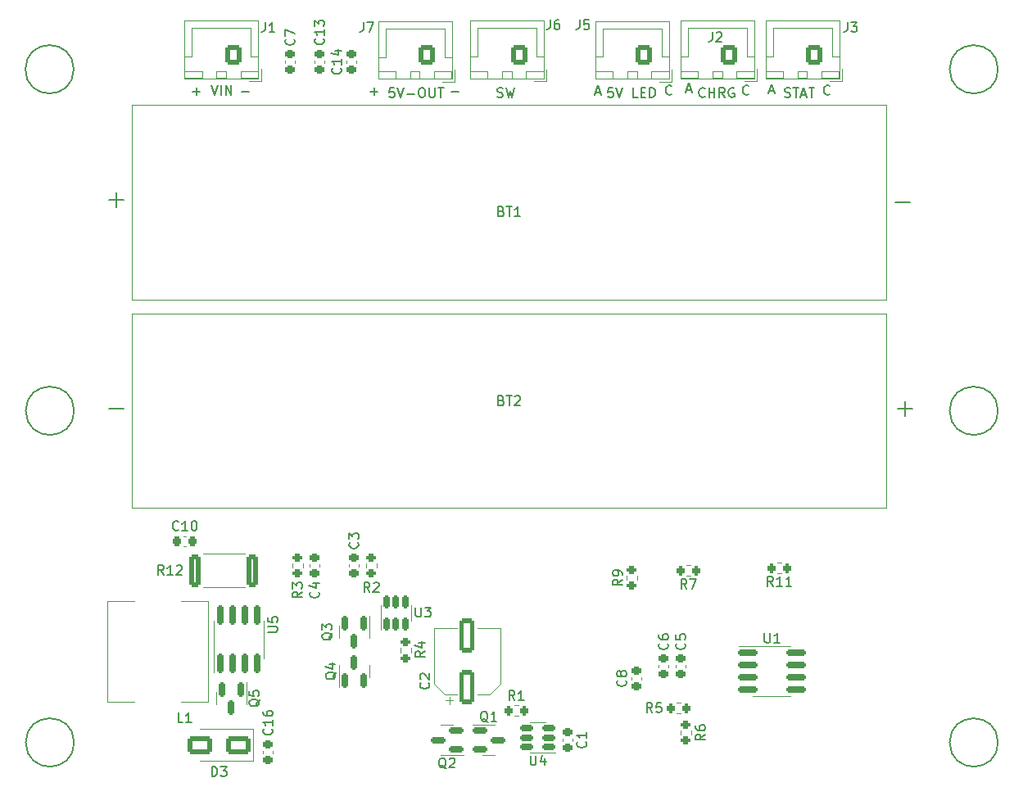
<source format=gto>
G04 #@! TF.GenerationSoftware,KiCad,Pcbnew,7.0.9*
G04 #@! TF.CreationDate,2024-04-18T23:25:52+05:30*
G04 #@! TF.ProjectId,Battery-psu,42617474-6572-4792-9d70-73752e6b6963,rev?*
G04 #@! TF.SameCoordinates,Original*
G04 #@! TF.FileFunction,Legend,Top*
G04 #@! TF.FilePolarity,Positive*
%FSLAX46Y46*%
G04 Gerber Fmt 4.6, Leading zero omitted, Abs format (unit mm)*
G04 Created by KiCad (PCBNEW 7.0.9) date 2024-04-18 23:25:52*
%MOMM*%
%LPD*%
G01*
G04 APERTURE LIST*
G04 Aperture macros list*
%AMRoundRect*
0 Rectangle with rounded corners*
0 $1 Rounding radius*
0 $2 $3 $4 $5 $6 $7 $8 $9 X,Y pos of 4 corners*
0 Add a 4 corners polygon primitive as box body*
4,1,4,$2,$3,$4,$5,$6,$7,$8,$9,$2,$3,0*
0 Add four circle primitives for the rounded corners*
1,1,$1+$1,$2,$3*
1,1,$1+$1,$4,$5*
1,1,$1+$1,$6,$7*
1,1,$1+$1,$8,$9*
0 Add four rect primitives between the rounded corners*
20,1,$1+$1,$2,$3,$4,$5,0*
20,1,$1+$1,$4,$5,$6,$7,0*
20,1,$1+$1,$6,$7,$8,$9,0*
20,1,$1+$1,$8,$9,$2,$3,0*%
G04 Aperture macros list end*
%ADD10C,0.200000*%
%ADD11C,0.150000*%
%ADD12C,0.120000*%
%ADD13C,3.200000*%
%ADD14R,3.500000X3.500000*%
%ADD15C,3.500000*%
%ADD16RoundRect,0.200000X0.200000X0.275000X-0.200000X0.275000X-0.200000X-0.275000X0.200000X-0.275000X0*%
%ADD17RoundRect,0.200000X-0.275000X0.200000X-0.275000X-0.200000X0.275000X-0.200000X0.275000X0.200000X0*%
%ADD18RoundRect,0.225000X0.250000X-0.225000X0.250000X0.225000X-0.250000X0.225000X-0.250000X-0.225000X0*%
%ADD19O,1.700000X2.000000*%
%ADD20RoundRect,0.250000X0.600000X0.750000X-0.600000X0.750000X-0.600000X-0.750000X0.600000X-0.750000X0*%
%ADD21RoundRect,0.150000X0.587500X0.150000X-0.587500X0.150000X-0.587500X-0.150000X0.587500X-0.150000X0*%
%ADD22RoundRect,0.200000X0.275000X-0.200000X0.275000X0.200000X-0.275000X0.200000X-0.275000X-0.200000X0*%
%ADD23RoundRect,0.250000X0.550000X-1.500000X0.550000X1.500000X-0.550000X1.500000X-0.550000X-1.500000X0*%
%ADD24RoundRect,0.225000X-0.250000X0.225000X-0.250000X-0.225000X0.250000X-0.225000X0.250000X0.225000X0*%
%ADD25RoundRect,0.250000X1.000000X0.650000X-1.000000X0.650000X-1.000000X-0.650000X1.000000X-0.650000X0*%
%ADD26RoundRect,0.150000X-0.150000X0.587500X-0.150000X-0.587500X0.150000X-0.587500X0.150000X0.587500X0*%
%ADD27RoundRect,0.150000X0.150000X-0.587500X0.150000X0.587500X-0.150000X0.587500X-0.150000X-0.587500X0*%
%ADD28RoundRect,0.150000X-0.587500X-0.150000X0.587500X-0.150000X0.587500X0.150000X-0.587500X0.150000X0*%
%ADD29R,4.000000X3.500000*%
%ADD30RoundRect,0.150000X-0.825000X-0.150000X0.825000X-0.150000X0.825000X0.150000X-0.825000X0.150000X0*%
%ADD31RoundRect,0.150000X0.150000X-0.512500X0.150000X0.512500X-0.150000X0.512500X-0.150000X-0.512500X0*%
%ADD32RoundRect,0.150000X0.150000X-0.825000X0.150000X0.825000X-0.150000X0.825000X-0.150000X-0.825000X0*%
%ADD33RoundRect,0.250000X-0.362500X-1.425000X0.362500X-1.425000X0.362500X1.425000X-0.362500X1.425000X0*%
%ADD34RoundRect,0.225000X0.225000X0.250000X-0.225000X0.250000X-0.225000X-0.250000X0.225000X-0.250000X0*%
%ADD35RoundRect,0.150000X0.512500X0.150000X-0.512500X0.150000X-0.512500X-0.150000X0.512500X-0.150000X0*%
G04 APERTURE END LIST*
D10*
X208026000Y-60452000D02*
G75*
G03*
X208026000Y-60452000I-2500000J0D01*
G01*
X208026000Y-95758000D02*
G75*
G03*
X208026000Y-95758000I-2500000J0D01*
G01*
X208026000Y-130048000D02*
G75*
G03*
X208026000Y-130048000I-2500000J0D01*
G01*
X112522000Y-130048000D02*
G75*
G03*
X112522000Y-130048000I-2500000J0D01*
G01*
X112522000Y-95758000D02*
G75*
G03*
X112522000Y-95758000I-2500000J0D01*
G01*
X112482000Y-60452000D02*
G75*
G03*
X112482000Y-60452000I-2500000J0D01*
G01*
D11*
X116144874Y-95505533D02*
X117668684Y-95505533D01*
X116144874Y-73915533D02*
X117668684Y-73915533D01*
X116906779Y-74677438D02*
X116906779Y-73153628D01*
X197424874Y-74169533D02*
X198948684Y-74169533D01*
X197678874Y-95505533D02*
X199202684Y-95505533D01*
X198440779Y-96267438D02*
X198440779Y-94743628D01*
X190646207Y-63020580D02*
X190598588Y-63068200D01*
X190598588Y-63068200D02*
X190455731Y-63115819D01*
X190455731Y-63115819D02*
X190360493Y-63115819D01*
X190360493Y-63115819D02*
X190217636Y-63068200D01*
X190217636Y-63068200D02*
X190122398Y-62972961D01*
X190122398Y-62972961D02*
X190074779Y-62877723D01*
X190074779Y-62877723D02*
X190027160Y-62687247D01*
X190027160Y-62687247D02*
X190027160Y-62544390D01*
X190027160Y-62544390D02*
X190074779Y-62353914D01*
X190074779Y-62353914D02*
X190122398Y-62258676D01*
X190122398Y-62258676D02*
X190217636Y-62163438D01*
X190217636Y-62163438D02*
X190360493Y-62115819D01*
X190360493Y-62115819D02*
X190455731Y-62115819D01*
X190455731Y-62115819D02*
X190598588Y-62163438D01*
X190598588Y-62163438D02*
X190646207Y-62211057D01*
X184402134Y-62691002D02*
X184878324Y-62691002D01*
X184306896Y-62976717D02*
X184640229Y-61976717D01*
X184640229Y-61976717D02*
X184973562Y-62976717D01*
D10*
X185996054Y-63319600D02*
X186138911Y-63367219D01*
X186138911Y-63367219D02*
X186377006Y-63367219D01*
X186377006Y-63367219D02*
X186472244Y-63319600D01*
X186472244Y-63319600D02*
X186519863Y-63271980D01*
X186519863Y-63271980D02*
X186567482Y-63176742D01*
X186567482Y-63176742D02*
X186567482Y-63081504D01*
X186567482Y-63081504D02*
X186519863Y-62986266D01*
X186519863Y-62986266D02*
X186472244Y-62938647D01*
X186472244Y-62938647D02*
X186377006Y-62891028D01*
X186377006Y-62891028D02*
X186186530Y-62843409D01*
X186186530Y-62843409D02*
X186091292Y-62795790D01*
X186091292Y-62795790D02*
X186043673Y-62748171D01*
X186043673Y-62748171D02*
X185996054Y-62652933D01*
X185996054Y-62652933D02*
X185996054Y-62557695D01*
X185996054Y-62557695D02*
X186043673Y-62462457D01*
X186043673Y-62462457D02*
X186091292Y-62414838D01*
X186091292Y-62414838D02*
X186186530Y-62367219D01*
X186186530Y-62367219D02*
X186424625Y-62367219D01*
X186424625Y-62367219D02*
X186567482Y-62414838D01*
X186853197Y-62367219D02*
X187424625Y-62367219D01*
X187138911Y-63367219D02*
X187138911Y-62367219D01*
X187710340Y-63081504D02*
X188186530Y-63081504D01*
X187615102Y-63367219D02*
X187948435Y-62367219D01*
X187948435Y-62367219D02*
X188281768Y-63367219D01*
X188472245Y-62367219D02*
X189043673Y-62367219D01*
X188757959Y-63367219D02*
X188757959Y-62367219D01*
D11*
X182264207Y-63020580D02*
X182216588Y-63068200D01*
X182216588Y-63068200D02*
X182073731Y-63115819D01*
X182073731Y-63115819D02*
X181978493Y-63115819D01*
X181978493Y-63115819D02*
X181835636Y-63068200D01*
X181835636Y-63068200D02*
X181740398Y-62972961D01*
X181740398Y-62972961D02*
X181692779Y-62877723D01*
X181692779Y-62877723D02*
X181645160Y-62687247D01*
X181645160Y-62687247D02*
X181645160Y-62544390D01*
X181645160Y-62544390D02*
X181692779Y-62353914D01*
X181692779Y-62353914D02*
X181740398Y-62258676D01*
X181740398Y-62258676D02*
X181835636Y-62163438D01*
X181835636Y-62163438D02*
X181978493Y-62115819D01*
X181978493Y-62115819D02*
X182073731Y-62115819D01*
X182073731Y-62115819D02*
X182216588Y-62163438D01*
X182216588Y-62163438D02*
X182264207Y-62211057D01*
X175803160Y-62576104D02*
X176279350Y-62576104D01*
X175707922Y-62861819D02*
X176041255Y-61861819D01*
X176041255Y-61861819D02*
X176374588Y-62861819D01*
D10*
X177725101Y-63271980D02*
X177677482Y-63319600D01*
X177677482Y-63319600D02*
X177534625Y-63367219D01*
X177534625Y-63367219D02*
X177439387Y-63367219D01*
X177439387Y-63367219D02*
X177296530Y-63319600D01*
X177296530Y-63319600D02*
X177201292Y-63224361D01*
X177201292Y-63224361D02*
X177153673Y-63129123D01*
X177153673Y-63129123D02*
X177106054Y-62938647D01*
X177106054Y-62938647D02*
X177106054Y-62795790D01*
X177106054Y-62795790D02*
X177153673Y-62605314D01*
X177153673Y-62605314D02*
X177201292Y-62510076D01*
X177201292Y-62510076D02*
X177296530Y-62414838D01*
X177296530Y-62414838D02*
X177439387Y-62367219D01*
X177439387Y-62367219D02*
X177534625Y-62367219D01*
X177534625Y-62367219D02*
X177677482Y-62414838D01*
X177677482Y-62414838D02*
X177725101Y-62462457D01*
X178153673Y-63367219D02*
X178153673Y-62367219D01*
X178153673Y-62843409D02*
X178725101Y-62843409D01*
X178725101Y-63367219D02*
X178725101Y-62367219D01*
X179772720Y-63367219D02*
X179439387Y-62891028D01*
X179201292Y-63367219D02*
X179201292Y-62367219D01*
X179201292Y-62367219D02*
X179582244Y-62367219D01*
X179582244Y-62367219D02*
X179677482Y-62414838D01*
X179677482Y-62414838D02*
X179725101Y-62462457D01*
X179725101Y-62462457D02*
X179772720Y-62557695D01*
X179772720Y-62557695D02*
X179772720Y-62700552D01*
X179772720Y-62700552D02*
X179725101Y-62795790D01*
X179725101Y-62795790D02*
X179677482Y-62843409D01*
X179677482Y-62843409D02*
X179582244Y-62891028D01*
X179582244Y-62891028D02*
X179201292Y-62891028D01*
X180725101Y-62414838D02*
X180629863Y-62367219D01*
X180629863Y-62367219D02*
X180487006Y-62367219D01*
X180487006Y-62367219D02*
X180344149Y-62414838D01*
X180344149Y-62414838D02*
X180248911Y-62510076D01*
X180248911Y-62510076D02*
X180201292Y-62605314D01*
X180201292Y-62605314D02*
X180153673Y-62795790D01*
X180153673Y-62795790D02*
X180153673Y-62938647D01*
X180153673Y-62938647D02*
X180201292Y-63129123D01*
X180201292Y-63129123D02*
X180248911Y-63224361D01*
X180248911Y-63224361D02*
X180344149Y-63319600D01*
X180344149Y-63319600D02*
X180487006Y-63367219D01*
X180487006Y-63367219D02*
X180582244Y-63367219D01*
X180582244Y-63367219D02*
X180725101Y-63319600D01*
X180725101Y-63319600D02*
X180772720Y-63271980D01*
X180772720Y-63271980D02*
X180772720Y-62938647D01*
X180772720Y-62938647D02*
X180582244Y-62938647D01*
D11*
X174283525Y-63013855D02*
X174235906Y-63061475D01*
X174235906Y-63061475D02*
X174093049Y-63109094D01*
X174093049Y-63109094D02*
X173997811Y-63109094D01*
X173997811Y-63109094D02*
X173854954Y-63061475D01*
X173854954Y-63061475D02*
X173759716Y-62966236D01*
X173759716Y-62966236D02*
X173712097Y-62870998D01*
X173712097Y-62870998D02*
X173664478Y-62680522D01*
X173664478Y-62680522D02*
X173664478Y-62537665D01*
X173664478Y-62537665D02*
X173712097Y-62347189D01*
X173712097Y-62347189D02*
X173759716Y-62251951D01*
X173759716Y-62251951D02*
X173854954Y-62156713D01*
X173854954Y-62156713D02*
X173997811Y-62109094D01*
X173997811Y-62109094D02*
X174093049Y-62109094D01*
X174093049Y-62109094D02*
X174235906Y-62156713D01*
X174235906Y-62156713D02*
X174283525Y-62204332D01*
X166405160Y-62830104D02*
X166881350Y-62830104D01*
X166309922Y-63115819D02*
X166643255Y-62115819D01*
X166643255Y-62115819D02*
X166976588Y-63115819D01*
D10*
X168231863Y-62367219D02*
X167755673Y-62367219D01*
X167755673Y-62367219D02*
X167708054Y-62843409D01*
X167708054Y-62843409D02*
X167755673Y-62795790D01*
X167755673Y-62795790D02*
X167850911Y-62748171D01*
X167850911Y-62748171D02*
X168089006Y-62748171D01*
X168089006Y-62748171D02*
X168184244Y-62795790D01*
X168184244Y-62795790D02*
X168231863Y-62843409D01*
X168231863Y-62843409D02*
X168279482Y-62938647D01*
X168279482Y-62938647D02*
X168279482Y-63176742D01*
X168279482Y-63176742D02*
X168231863Y-63271980D01*
X168231863Y-63271980D02*
X168184244Y-63319600D01*
X168184244Y-63319600D02*
X168089006Y-63367219D01*
X168089006Y-63367219D02*
X167850911Y-63367219D01*
X167850911Y-63367219D02*
X167755673Y-63319600D01*
X167755673Y-63319600D02*
X167708054Y-63271980D01*
X168565197Y-62367219D02*
X168898530Y-63367219D01*
X168898530Y-63367219D02*
X169231863Y-62367219D01*
X170803292Y-63367219D02*
X170327102Y-63367219D01*
X170327102Y-63367219D02*
X170327102Y-62367219D01*
X171136626Y-62843409D02*
X171469959Y-62843409D01*
X171612816Y-63367219D02*
X171136626Y-63367219D01*
X171136626Y-63367219D02*
X171136626Y-62367219D01*
X171136626Y-62367219D02*
X171612816Y-62367219D01*
X172041388Y-63367219D02*
X172041388Y-62367219D01*
X172041388Y-62367219D02*
X172279483Y-62367219D01*
X172279483Y-62367219D02*
X172422340Y-62414838D01*
X172422340Y-62414838D02*
X172517578Y-62510076D01*
X172517578Y-62510076D02*
X172565197Y-62605314D01*
X172565197Y-62605314D02*
X172612816Y-62795790D01*
X172612816Y-62795790D02*
X172612816Y-62938647D01*
X172612816Y-62938647D02*
X172565197Y-63129123D01*
X172565197Y-63129123D02*
X172517578Y-63224361D01*
X172517578Y-63224361D02*
X172422340Y-63319600D01*
X172422340Y-63319600D02*
X172279483Y-63367219D01*
X172279483Y-63367219D02*
X172041388Y-63367219D01*
X156278054Y-63319600D02*
X156420911Y-63367219D01*
X156420911Y-63367219D02*
X156659006Y-63367219D01*
X156659006Y-63367219D02*
X156754244Y-63319600D01*
X156754244Y-63319600D02*
X156801863Y-63271980D01*
X156801863Y-63271980D02*
X156849482Y-63176742D01*
X156849482Y-63176742D02*
X156849482Y-63081504D01*
X156849482Y-63081504D02*
X156801863Y-62986266D01*
X156801863Y-62986266D02*
X156754244Y-62938647D01*
X156754244Y-62938647D02*
X156659006Y-62891028D01*
X156659006Y-62891028D02*
X156468530Y-62843409D01*
X156468530Y-62843409D02*
X156373292Y-62795790D01*
X156373292Y-62795790D02*
X156325673Y-62748171D01*
X156325673Y-62748171D02*
X156278054Y-62652933D01*
X156278054Y-62652933D02*
X156278054Y-62557695D01*
X156278054Y-62557695D02*
X156325673Y-62462457D01*
X156325673Y-62462457D02*
X156373292Y-62414838D01*
X156373292Y-62414838D02*
X156468530Y-62367219D01*
X156468530Y-62367219D02*
X156706625Y-62367219D01*
X156706625Y-62367219D02*
X156849482Y-62414838D01*
X157182816Y-62367219D02*
X157420911Y-63367219D01*
X157420911Y-63367219D02*
X157611387Y-62652933D01*
X157611387Y-62652933D02*
X157801863Y-63367219D01*
X157801863Y-63367219D02*
X158039959Y-62367219D01*
D11*
X152317220Y-62734866D02*
X151555316Y-62734866D01*
X143935220Y-62734866D02*
X143173316Y-62734866D01*
X143554268Y-63115819D02*
X143554268Y-62353914D01*
D10*
X145625863Y-62367219D02*
X145149673Y-62367219D01*
X145149673Y-62367219D02*
X145102054Y-62843409D01*
X145102054Y-62843409D02*
X145149673Y-62795790D01*
X145149673Y-62795790D02*
X145244911Y-62748171D01*
X145244911Y-62748171D02*
X145483006Y-62748171D01*
X145483006Y-62748171D02*
X145578244Y-62795790D01*
X145578244Y-62795790D02*
X145625863Y-62843409D01*
X145625863Y-62843409D02*
X145673482Y-62938647D01*
X145673482Y-62938647D02*
X145673482Y-63176742D01*
X145673482Y-63176742D02*
X145625863Y-63271980D01*
X145625863Y-63271980D02*
X145578244Y-63319600D01*
X145578244Y-63319600D02*
X145483006Y-63367219D01*
X145483006Y-63367219D02*
X145244911Y-63367219D01*
X145244911Y-63367219D02*
X145149673Y-63319600D01*
X145149673Y-63319600D02*
X145102054Y-63271980D01*
X145959197Y-62367219D02*
X146292530Y-63367219D01*
X146292530Y-63367219D02*
X146625863Y-62367219D01*
X146959197Y-62986266D02*
X147721102Y-62986266D01*
X148387768Y-62367219D02*
X148578244Y-62367219D01*
X148578244Y-62367219D02*
X148673482Y-62414838D01*
X148673482Y-62414838D02*
X148768720Y-62510076D01*
X148768720Y-62510076D02*
X148816339Y-62700552D01*
X148816339Y-62700552D02*
X148816339Y-63033885D01*
X148816339Y-63033885D02*
X148768720Y-63224361D01*
X148768720Y-63224361D02*
X148673482Y-63319600D01*
X148673482Y-63319600D02*
X148578244Y-63367219D01*
X148578244Y-63367219D02*
X148387768Y-63367219D01*
X148387768Y-63367219D02*
X148292530Y-63319600D01*
X148292530Y-63319600D02*
X148197292Y-63224361D01*
X148197292Y-63224361D02*
X148149673Y-63033885D01*
X148149673Y-63033885D02*
X148149673Y-62700552D01*
X148149673Y-62700552D02*
X148197292Y-62510076D01*
X148197292Y-62510076D02*
X148292530Y-62414838D01*
X148292530Y-62414838D02*
X148387768Y-62367219D01*
X149244911Y-62367219D02*
X149244911Y-63176742D01*
X149244911Y-63176742D02*
X149292530Y-63271980D01*
X149292530Y-63271980D02*
X149340149Y-63319600D01*
X149340149Y-63319600D02*
X149435387Y-63367219D01*
X149435387Y-63367219D02*
X149625863Y-63367219D01*
X149625863Y-63367219D02*
X149721101Y-63319600D01*
X149721101Y-63319600D02*
X149768720Y-63271980D01*
X149768720Y-63271980D02*
X149816339Y-63176742D01*
X149816339Y-63176742D02*
X149816339Y-62367219D01*
X150149673Y-62367219D02*
X150721101Y-62367219D01*
X150435387Y-63367219D02*
X150435387Y-62367219D01*
D11*
X129876779Y-62734866D02*
X130638684Y-62734866D01*
X124796779Y-62734866D02*
X125558684Y-62734866D01*
X125177731Y-63115819D02*
X125177731Y-62353914D01*
D10*
X126718816Y-62113219D02*
X127052149Y-63113219D01*
X127052149Y-63113219D02*
X127385482Y-62113219D01*
X127718816Y-63113219D02*
X127718816Y-62113219D01*
X128195006Y-63113219D02*
X128195006Y-62113219D01*
X128195006Y-62113219D02*
X128766434Y-63113219D01*
X128766434Y-63113219D02*
X128766434Y-62113219D01*
D11*
X156694285Y-94689009D02*
X156837142Y-94736628D01*
X156837142Y-94736628D02*
X156884761Y-94784247D01*
X156884761Y-94784247D02*
X156932380Y-94879485D01*
X156932380Y-94879485D02*
X156932380Y-95022342D01*
X156932380Y-95022342D02*
X156884761Y-95117580D01*
X156884761Y-95117580D02*
X156837142Y-95165200D01*
X156837142Y-95165200D02*
X156741904Y-95212819D01*
X156741904Y-95212819D02*
X156360952Y-95212819D01*
X156360952Y-95212819D02*
X156360952Y-94212819D01*
X156360952Y-94212819D02*
X156694285Y-94212819D01*
X156694285Y-94212819D02*
X156789523Y-94260438D01*
X156789523Y-94260438D02*
X156837142Y-94308057D01*
X156837142Y-94308057D02*
X156884761Y-94403295D01*
X156884761Y-94403295D02*
X156884761Y-94498533D01*
X156884761Y-94498533D02*
X156837142Y-94593771D01*
X156837142Y-94593771D02*
X156789523Y-94641390D01*
X156789523Y-94641390D02*
X156694285Y-94689009D01*
X156694285Y-94689009D02*
X156360952Y-94689009D01*
X157218095Y-94212819D02*
X157789523Y-94212819D01*
X157503809Y-95212819D02*
X157503809Y-94212819D01*
X158075238Y-94308057D02*
X158122857Y-94260438D01*
X158122857Y-94260438D02*
X158218095Y-94212819D01*
X158218095Y-94212819D02*
X158456190Y-94212819D01*
X158456190Y-94212819D02*
X158551428Y-94260438D01*
X158551428Y-94260438D02*
X158599047Y-94308057D01*
X158599047Y-94308057D02*
X158646666Y-94403295D01*
X158646666Y-94403295D02*
X158646666Y-94498533D01*
X158646666Y-94498533D02*
X158599047Y-94641390D01*
X158599047Y-94641390D02*
X158027619Y-95212819D01*
X158027619Y-95212819D02*
X158646666Y-95212819D01*
X156694285Y-75131009D02*
X156837142Y-75178628D01*
X156837142Y-75178628D02*
X156884761Y-75226247D01*
X156884761Y-75226247D02*
X156932380Y-75321485D01*
X156932380Y-75321485D02*
X156932380Y-75464342D01*
X156932380Y-75464342D02*
X156884761Y-75559580D01*
X156884761Y-75559580D02*
X156837142Y-75607200D01*
X156837142Y-75607200D02*
X156741904Y-75654819D01*
X156741904Y-75654819D02*
X156360952Y-75654819D01*
X156360952Y-75654819D02*
X156360952Y-74654819D01*
X156360952Y-74654819D02*
X156694285Y-74654819D01*
X156694285Y-74654819D02*
X156789523Y-74702438D01*
X156789523Y-74702438D02*
X156837142Y-74750057D01*
X156837142Y-74750057D02*
X156884761Y-74845295D01*
X156884761Y-74845295D02*
X156884761Y-74940533D01*
X156884761Y-74940533D02*
X156837142Y-75035771D01*
X156837142Y-75035771D02*
X156789523Y-75083390D01*
X156789523Y-75083390D02*
X156694285Y-75131009D01*
X156694285Y-75131009D02*
X156360952Y-75131009D01*
X157218095Y-74654819D02*
X157789523Y-74654819D01*
X157503809Y-75654819D02*
X157503809Y-74654819D01*
X158646666Y-75654819D02*
X158075238Y-75654819D01*
X158360952Y-75654819D02*
X158360952Y-74654819D01*
X158360952Y-74654819D02*
X158265714Y-74797676D01*
X158265714Y-74797676D02*
X158170476Y-74892914D01*
X158170476Y-74892914D02*
X158075238Y-74940533D01*
X172299333Y-126946819D02*
X171966000Y-126470628D01*
X171727905Y-126946819D02*
X171727905Y-125946819D01*
X171727905Y-125946819D02*
X172108857Y-125946819D01*
X172108857Y-125946819D02*
X172204095Y-125994438D01*
X172204095Y-125994438D02*
X172251714Y-126042057D01*
X172251714Y-126042057D02*
X172299333Y-126137295D01*
X172299333Y-126137295D02*
X172299333Y-126280152D01*
X172299333Y-126280152D02*
X172251714Y-126375390D01*
X172251714Y-126375390D02*
X172204095Y-126423009D01*
X172204095Y-126423009D02*
X172108857Y-126470628D01*
X172108857Y-126470628D02*
X171727905Y-126470628D01*
X173204095Y-125946819D02*
X172727905Y-125946819D01*
X172727905Y-125946819D02*
X172680286Y-126423009D01*
X172680286Y-126423009D02*
X172727905Y-126375390D01*
X172727905Y-126375390D02*
X172823143Y-126327771D01*
X172823143Y-126327771D02*
X173061238Y-126327771D01*
X173061238Y-126327771D02*
X173156476Y-126375390D01*
X173156476Y-126375390D02*
X173204095Y-126423009D01*
X173204095Y-126423009D02*
X173251714Y-126518247D01*
X173251714Y-126518247D02*
X173251714Y-126756342D01*
X173251714Y-126756342D02*
X173204095Y-126851580D01*
X173204095Y-126851580D02*
X173156476Y-126899200D01*
X173156476Y-126899200D02*
X173061238Y-126946819D01*
X173061238Y-126946819D02*
X172823143Y-126946819D01*
X172823143Y-126946819D02*
X172727905Y-126899200D01*
X172727905Y-126899200D02*
X172680286Y-126851580D01*
X143089333Y-114500819D02*
X142756000Y-114024628D01*
X142517905Y-114500819D02*
X142517905Y-113500819D01*
X142517905Y-113500819D02*
X142898857Y-113500819D01*
X142898857Y-113500819D02*
X142994095Y-113548438D01*
X142994095Y-113548438D02*
X143041714Y-113596057D01*
X143041714Y-113596057D02*
X143089333Y-113691295D01*
X143089333Y-113691295D02*
X143089333Y-113834152D01*
X143089333Y-113834152D02*
X143041714Y-113929390D01*
X143041714Y-113929390D02*
X142994095Y-113977009D01*
X142994095Y-113977009D02*
X142898857Y-114024628D01*
X142898857Y-114024628D02*
X142517905Y-114024628D01*
X143470286Y-113596057D02*
X143517905Y-113548438D01*
X143517905Y-113548438D02*
X143613143Y-113500819D01*
X143613143Y-113500819D02*
X143851238Y-113500819D01*
X143851238Y-113500819D02*
X143946476Y-113548438D01*
X143946476Y-113548438D02*
X143994095Y-113596057D01*
X143994095Y-113596057D02*
X144041714Y-113691295D01*
X144041714Y-113691295D02*
X144041714Y-113786533D01*
X144041714Y-113786533D02*
X143994095Y-113929390D01*
X143994095Y-113929390D02*
X143422667Y-114500819D01*
X143422667Y-114500819D02*
X144041714Y-114500819D01*
X169523580Y-123610666D02*
X169571200Y-123658285D01*
X169571200Y-123658285D02*
X169618819Y-123801142D01*
X169618819Y-123801142D02*
X169618819Y-123896380D01*
X169618819Y-123896380D02*
X169571200Y-124039237D01*
X169571200Y-124039237D02*
X169475961Y-124134475D01*
X169475961Y-124134475D02*
X169380723Y-124182094D01*
X169380723Y-124182094D02*
X169190247Y-124229713D01*
X169190247Y-124229713D02*
X169047390Y-124229713D01*
X169047390Y-124229713D02*
X168856914Y-124182094D01*
X168856914Y-124182094D02*
X168761676Y-124134475D01*
X168761676Y-124134475D02*
X168666438Y-124039237D01*
X168666438Y-124039237D02*
X168618819Y-123896380D01*
X168618819Y-123896380D02*
X168618819Y-123801142D01*
X168618819Y-123801142D02*
X168666438Y-123658285D01*
X168666438Y-123658285D02*
X168714057Y-123610666D01*
X169047390Y-123039237D02*
X168999771Y-123134475D01*
X168999771Y-123134475D02*
X168952152Y-123182094D01*
X168952152Y-123182094D02*
X168856914Y-123229713D01*
X168856914Y-123229713D02*
X168809295Y-123229713D01*
X168809295Y-123229713D02*
X168714057Y-123182094D01*
X168714057Y-123182094D02*
X168666438Y-123134475D01*
X168666438Y-123134475D02*
X168618819Y-123039237D01*
X168618819Y-123039237D02*
X168618819Y-122848761D01*
X168618819Y-122848761D02*
X168666438Y-122753523D01*
X168666438Y-122753523D02*
X168714057Y-122705904D01*
X168714057Y-122705904D02*
X168809295Y-122658285D01*
X168809295Y-122658285D02*
X168856914Y-122658285D01*
X168856914Y-122658285D02*
X168952152Y-122705904D01*
X168952152Y-122705904D02*
X168999771Y-122753523D01*
X168999771Y-122753523D02*
X169047390Y-122848761D01*
X169047390Y-122848761D02*
X169047390Y-123039237D01*
X169047390Y-123039237D02*
X169095009Y-123134475D01*
X169095009Y-123134475D02*
X169142628Y-123182094D01*
X169142628Y-123182094D02*
X169237866Y-123229713D01*
X169237866Y-123229713D02*
X169428342Y-123229713D01*
X169428342Y-123229713D02*
X169523580Y-123182094D01*
X169523580Y-123182094D02*
X169571200Y-123134475D01*
X169571200Y-123134475D02*
X169618819Y-123039237D01*
X169618819Y-123039237D02*
X169618819Y-122848761D01*
X169618819Y-122848761D02*
X169571200Y-122753523D01*
X169571200Y-122753523D02*
X169523580Y-122705904D01*
X169523580Y-122705904D02*
X169428342Y-122658285D01*
X169428342Y-122658285D02*
X169237866Y-122658285D01*
X169237866Y-122658285D02*
X169142628Y-122705904D01*
X169142628Y-122705904D02*
X169095009Y-122753523D01*
X169095009Y-122753523D02*
X169047390Y-122848761D01*
X136090819Y-114466666D02*
X135614628Y-114799999D01*
X136090819Y-115038094D02*
X135090819Y-115038094D01*
X135090819Y-115038094D02*
X135090819Y-114657142D01*
X135090819Y-114657142D02*
X135138438Y-114561904D01*
X135138438Y-114561904D02*
X135186057Y-114514285D01*
X135186057Y-114514285D02*
X135281295Y-114466666D01*
X135281295Y-114466666D02*
X135424152Y-114466666D01*
X135424152Y-114466666D02*
X135519390Y-114514285D01*
X135519390Y-114514285D02*
X135567009Y-114561904D01*
X135567009Y-114561904D02*
X135614628Y-114657142D01*
X135614628Y-114657142D02*
X135614628Y-115038094D01*
X135090819Y-114133332D02*
X135090819Y-113514285D01*
X135090819Y-113514285D02*
X135471771Y-113847618D01*
X135471771Y-113847618D02*
X135471771Y-113704761D01*
X135471771Y-113704761D02*
X135519390Y-113609523D01*
X135519390Y-113609523D02*
X135567009Y-113561904D01*
X135567009Y-113561904D02*
X135662247Y-113514285D01*
X135662247Y-113514285D02*
X135900342Y-113514285D01*
X135900342Y-113514285D02*
X135995580Y-113561904D01*
X135995580Y-113561904D02*
X136043200Y-113609523D01*
X136043200Y-113609523D02*
X136090819Y-113704761D01*
X136090819Y-113704761D02*
X136090819Y-113990475D01*
X136090819Y-113990475D02*
X136043200Y-114085713D01*
X136043200Y-114085713D02*
X135995580Y-114133332D01*
X178482666Y-56604819D02*
X178482666Y-57319104D01*
X178482666Y-57319104D02*
X178435047Y-57461961D01*
X178435047Y-57461961D02*
X178339809Y-57557200D01*
X178339809Y-57557200D02*
X178196952Y-57604819D01*
X178196952Y-57604819D02*
X178101714Y-57604819D01*
X178911238Y-56700057D02*
X178958857Y-56652438D01*
X178958857Y-56652438D02*
X179054095Y-56604819D01*
X179054095Y-56604819D02*
X179292190Y-56604819D01*
X179292190Y-56604819D02*
X179387428Y-56652438D01*
X179387428Y-56652438D02*
X179435047Y-56700057D01*
X179435047Y-56700057D02*
X179482666Y-56795295D01*
X179482666Y-56795295D02*
X179482666Y-56890533D01*
X179482666Y-56890533D02*
X179435047Y-57033390D01*
X179435047Y-57033390D02*
X178863619Y-57604819D01*
X178863619Y-57604819D02*
X179482666Y-57604819D01*
X158075333Y-125676819D02*
X157742000Y-125200628D01*
X157503905Y-125676819D02*
X157503905Y-124676819D01*
X157503905Y-124676819D02*
X157884857Y-124676819D01*
X157884857Y-124676819D02*
X157980095Y-124724438D01*
X157980095Y-124724438D02*
X158027714Y-124772057D01*
X158027714Y-124772057D02*
X158075333Y-124867295D01*
X158075333Y-124867295D02*
X158075333Y-125010152D01*
X158075333Y-125010152D02*
X158027714Y-125105390D01*
X158027714Y-125105390D02*
X157980095Y-125153009D01*
X157980095Y-125153009D02*
X157884857Y-125200628D01*
X157884857Y-125200628D02*
X157503905Y-125200628D01*
X159027714Y-125676819D02*
X158456286Y-125676819D01*
X158742000Y-125676819D02*
X158742000Y-124676819D01*
X158742000Y-124676819D02*
X158646762Y-124819676D01*
X158646762Y-124819676D02*
X158551524Y-124914914D01*
X158551524Y-124914914D02*
X158456286Y-124962533D01*
X175855333Y-114152819D02*
X175522000Y-113676628D01*
X175283905Y-114152819D02*
X175283905Y-113152819D01*
X175283905Y-113152819D02*
X175664857Y-113152819D01*
X175664857Y-113152819D02*
X175760095Y-113200438D01*
X175760095Y-113200438D02*
X175807714Y-113248057D01*
X175807714Y-113248057D02*
X175855333Y-113343295D01*
X175855333Y-113343295D02*
X175855333Y-113486152D01*
X175855333Y-113486152D02*
X175807714Y-113581390D01*
X175807714Y-113581390D02*
X175760095Y-113629009D01*
X175760095Y-113629009D02*
X175664857Y-113676628D01*
X175664857Y-113676628D02*
X175283905Y-113676628D01*
X176188667Y-113152819D02*
X176855333Y-113152819D01*
X176855333Y-113152819D02*
X176426762Y-114152819D01*
X150971761Y-132744057D02*
X150876523Y-132696438D01*
X150876523Y-132696438D02*
X150781285Y-132601200D01*
X150781285Y-132601200D02*
X150638428Y-132458342D01*
X150638428Y-132458342D02*
X150543190Y-132410723D01*
X150543190Y-132410723D02*
X150447952Y-132410723D01*
X150495571Y-132648819D02*
X150400333Y-132601200D01*
X150400333Y-132601200D02*
X150305095Y-132505961D01*
X150305095Y-132505961D02*
X150257476Y-132315485D01*
X150257476Y-132315485D02*
X150257476Y-131982152D01*
X150257476Y-131982152D02*
X150305095Y-131791676D01*
X150305095Y-131791676D02*
X150400333Y-131696438D01*
X150400333Y-131696438D02*
X150495571Y-131648819D01*
X150495571Y-131648819D02*
X150686047Y-131648819D01*
X150686047Y-131648819D02*
X150781285Y-131696438D01*
X150781285Y-131696438D02*
X150876523Y-131791676D01*
X150876523Y-131791676D02*
X150924142Y-131982152D01*
X150924142Y-131982152D02*
X150924142Y-132315485D01*
X150924142Y-132315485D02*
X150876523Y-132505961D01*
X150876523Y-132505961D02*
X150781285Y-132601200D01*
X150781285Y-132601200D02*
X150686047Y-132648819D01*
X150686047Y-132648819D02*
X150495571Y-132648819D01*
X151305095Y-131744057D02*
X151352714Y-131696438D01*
X151352714Y-131696438D02*
X151447952Y-131648819D01*
X151447952Y-131648819D02*
X151686047Y-131648819D01*
X151686047Y-131648819D02*
X151781285Y-131696438D01*
X151781285Y-131696438D02*
X151828904Y-131744057D01*
X151828904Y-131744057D02*
X151876523Y-131839295D01*
X151876523Y-131839295D02*
X151876523Y-131934533D01*
X151876523Y-131934533D02*
X151828904Y-132077390D01*
X151828904Y-132077390D02*
X151257476Y-132648819D01*
X151257476Y-132648819D02*
X151876523Y-132648819D01*
X192452666Y-55588819D02*
X192452666Y-56303104D01*
X192452666Y-56303104D02*
X192405047Y-56445961D01*
X192405047Y-56445961D02*
X192309809Y-56541200D01*
X192309809Y-56541200D02*
X192166952Y-56588819D01*
X192166952Y-56588819D02*
X192071714Y-56588819D01*
X192833619Y-55588819D02*
X193452666Y-55588819D01*
X193452666Y-55588819D02*
X193119333Y-55969771D01*
X193119333Y-55969771D02*
X193262190Y-55969771D01*
X193262190Y-55969771D02*
X193357428Y-56017390D01*
X193357428Y-56017390D02*
X193405047Y-56065009D01*
X193405047Y-56065009D02*
X193452666Y-56160247D01*
X193452666Y-56160247D02*
X193452666Y-56398342D01*
X193452666Y-56398342D02*
X193405047Y-56493580D01*
X193405047Y-56493580D02*
X193357428Y-56541200D01*
X193357428Y-56541200D02*
X193262190Y-56588819D01*
X193262190Y-56588819D02*
X192976476Y-56588819D01*
X192976476Y-56588819D02*
X192881238Y-56541200D01*
X192881238Y-56541200D02*
X192833619Y-56493580D01*
X148790819Y-120602666D02*
X148314628Y-120935999D01*
X148790819Y-121174094D02*
X147790819Y-121174094D01*
X147790819Y-121174094D02*
X147790819Y-120793142D01*
X147790819Y-120793142D02*
X147838438Y-120697904D01*
X147838438Y-120697904D02*
X147886057Y-120650285D01*
X147886057Y-120650285D02*
X147981295Y-120602666D01*
X147981295Y-120602666D02*
X148124152Y-120602666D01*
X148124152Y-120602666D02*
X148219390Y-120650285D01*
X148219390Y-120650285D02*
X148267009Y-120697904D01*
X148267009Y-120697904D02*
X148314628Y-120793142D01*
X148314628Y-120793142D02*
X148314628Y-121174094D01*
X148124152Y-119745523D02*
X148790819Y-119745523D01*
X147743200Y-119983618D02*
X148457485Y-120221713D01*
X148457485Y-120221713D02*
X148457485Y-119602666D01*
X165396580Y-129960666D02*
X165444200Y-130008285D01*
X165444200Y-130008285D02*
X165491819Y-130151142D01*
X165491819Y-130151142D02*
X165491819Y-130246380D01*
X165491819Y-130246380D02*
X165444200Y-130389237D01*
X165444200Y-130389237D02*
X165348961Y-130484475D01*
X165348961Y-130484475D02*
X165253723Y-130532094D01*
X165253723Y-130532094D02*
X165063247Y-130579713D01*
X165063247Y-130579713D02*
X164920390Y-130579713D01*
X164920390Y-130579713D02*
X164729914Y-130532094D01*
X164729914Y-130532094D02*
X164634676Y-130484475D01*
X164634676Y-130484475D02*
X164539438Y-130389237D01*
X164539438Y-130389237D02*
X164491819Y-130246380D01*
X164491819Y-130246380D02*
X164491819Y-130151142D01*
X164491819Y-130151142D02*
X164539438Y-130008285D01*
X164539438Y-130008285D02*
X164587057Y-129960666D01*
X165491819Y-129008285D02*
X165491819Y-129579713D01*
X165491819Y-129293999D02*
X164491819Y-129293999D01*
X164491819Y-129293999D02*
X164634676Y-129389237D01*
X164634676Y-129389237D02*
X164729914Y-129484475D01*
X164729914Y-129484475D02*
X164777533Y-129579713D01*
X149171580Y-123864666D02*
X149219200Y-123912285D01*
X149219200Y-123912285D02*
X149266819Y-124055142D01*
X149266819Y-124055142D02*
X149266819Y-124150380D01*
X149266819Y-124150380D02*
X149219200Y-124293237D01*
X149219200Y-124293237D02*
X149123961Y-124388475D01*
X149123961Y-124388475D02*
X149028723Y-124436094D01*
X149028723Y-124436094D02*
X148838247Y-124483713D01*
X148838247Y-124483713D02*
X148695390Y-124483713D01*
X148695390Y-124483713D02*
X148504914Y-124436094D01*
X148504914Y-124436094D02*
X148409676Y-124388475D01*
X148409676Y-124388475D02*
X148314438Y-124293237D01*
X148314438Y-124293237D02*
X148266819Y-124150380D01*
X148266819Y-124150380D02*
X148266819Y-124055142D01*
X148266819Y-124055142D02*
X148314438Y-123912285D01*
X148314438Y-123912285D02*
X148362057Y-123864666D01*
X148362057Y-123483713D02*
X148314438Y-123436094D01*
X148314438Y-123436094D02*
X148266819Y-123340856D01*
X148266819Y-123340856D02*
X148266819Y-123102761D01*
X148266819Y-123102761D02*
X148314438Y-123007523D01*
X148314438Y-123007523D02*
X148362057Y-122959904D01*
X148362057Y-122959904D02*
X148457295Y-122912285D01*
X148457295Y-122912285D02*
X148552533Y-122912285D01*
X148552533Y-122912285D02*
X148695390Y-122959904D01*
X148695390Y-122959904D02*
X149266819Y-123531332D01*
X149266819Y-123531332D02*
X149266819Y-122912285D01*
X132947580Y-128658857D02*
X132995200Y-128706476D01*
X132995200Y-128706476D02*
X133042819Y-128849333D01*
X133042819Y-128849333D02*
X133042819Y-128944571D01*
X133042819Y-128944571D02*
X132995200Y-129087428D01*
X132995200Y-129087428D02*
X132899961Y-129182666D01*
X132899961Y-129182666D02*
X132804723Y-129230285D01*
X132804723Y-129230285D02*
X132614247Y-129277904D01*
X132614247Y-129277904D02*
X132471390Y-129277904D01*
X132471390Y-129277904D02*
X132280914Y-129230285D01*
X132280914Y-129230285D02*
X132185676Y-129182666D01*
X132185676Y-129182666D02*
X132090438Y-129087428D01*
X132090438Y-129087428D02*
X132042819Y-128944571D01*
X132042819Y-128944571D02*
X132042819Y-128849333D01*
X132042819Y-128849333D02*
X132090438Y-128706476D01*
X132090438Y-128706476D02*
X132138057Y-128658857D01*
X133042819Y-127706476D02*
X133042819Y-128277904D01*
X133042819Y-127992190D02*
X132042819Y-127992190D01*
X132042819Y-127992190D02*
X132185676Y-128087428D01*
X132185676Y-128087428D02*
X132280914Y-128182666D01*
X132280914Y-128182666D02*
X132328533Y-128277904D01*
X132042819Y-126849333D02*
X132042819Y-127039809D01*
X132042819Y-127039809D02*
X132090438Y-127135047D01*
X132090438Y-127135047D02*
X132138057Y-127182666D01*
X132138057Y-127182666D02*
X132280914Y-127277904D01*
X132280914Y-127277904D02*
X132471390Y-127325523D01*
X132471390Y-127325523D02*
X132852342Y-127325523D01*
X132852342Y-127325523D02*
X132947580Y-127277904D01*
X132947580Y-127277904D02*
X132995200Y-127230285D01*
X132995200Y-127230285D02*
X133042819Y-127135047D01*
X133042819Y-127135047D02*
X133042819Y-126944571D01*
X133042819Y-126944571D02*
X132995200Y-126849333D01*
X132995200Y-126849333D02*
X132947580Y-126801714D01*
X132947580Y-126801714D02*
X132852342Y-126754095D01*
X132852342Y-126754095D02*
X132614247Y-126754095D01*
X132614247Y-126754095D02*
X132519009Y-126801714D01*
X132519009Y-126801714D02*
X132471390Y-126849333D01*
X132471390Y-126849333D02*
X132423771Y-126944571D01*
X132423771Y-126944571D02*
X132423771Y-127135047D01*
X132423771Y-127135047D02*
X132471390Y-127230285D01*
X132471390Y-127230285D02*
X132519009Y-127277904D01*
X132519009Y-127277904D02*
X132614247Y-127325523D01*
X173841580Y-119800666D02*
X173889200Y-119848285D01*
X173889200Y-119848285D02*
X173936819Y-119991142D01*
X173936819Y-119991142D02*
X173936819Y-120086380D01*
X173936819Y-120086380D02*
X173889200Y-120229237D01*
X173889200Y-120229237D02*
X173793961Y-120324475D01*
X173793961Y-120324475D02*
X173698723Y-120372094D01*
X173698723Y-120372094D02*
X173508247Y-120419713D01*
X173508247Y-120419713D02*
X173365390Y-120419713D01*
X173365390Y-120419713D02*
X173174914Y-120372094D01*
X173174914Y-120372094D02*
X173079676Y-120324475D01*
X173079676Y-120324475D02*
X172984438Y-120229237D01*
X172984438Y-120229237D02*
X172936819Y-120086380D01*
X172936819Y-120086380D02*
X172936819Y-119991142D01*
X172936819Y-119991142D02*
X172984438Y-119848285D01*
X172984438Y-119848285D02*
X173032057Y-119800666D01*
X172936819Y-118943523D02*
X172936819Y-119133999D01*
X172936819Y-119133999D02*
X172984438Y-119229237D01*
X172984438Y-119229237D02*
X173032057Y-119276856D01*
X173032057Y-119276856D02*
X173174914Y-119372094D01*
X173174914Y-119372094D02*
X173365390Y-119419713D01*
X173365390Y-119419713D02*
X173746342Y-119419713D01*
X173746342Y-119419713D02*
X173841580Y-119372094D01*
X173841580Y-119372094D02*
X173889200Y-119324475D01*
X173889200Y-119324475D02*
X173936819Y-119229237D01*
X173936819Y-119229237D02*
X173936819Y-119038761D01*
X173936819Y-119038761D02*
X173889200Y-118943523D01*
X173889200Y-118943523D02*
X173841580Y-118895904D01*
X173841580Y-118895904D02*
X173746342Y-118848285D01*
X173746342Y-118848285D02*
X173508247Y-118848285D01*
X173508247Y-118848285D02*
X173413009Y-118895904D01*
X173413009Y-118895904D02*
X173365390Y-118943523D01*
X173365390Y-118943523D02*
X173317771Y-119038761D01*
X173317771Y-119038761D02*
X173317771Y-119229237D01*
X173317771Y-119229237D02*
X173365390Y-119324475D01*
X173365390Y-119324475D02*
X173413009Y-119372094D01*
X173413009Y-119372094D02*
X173508247Y-119419713D01*
X126769905Y-133550819D02*
X126769905Y-132550819D01*
X126769905Y-132550819D02*
X127008000Y-132550819D01*
X127008000Y-132550819D02*
X127150857Y-132598438D01*
X127150857Y-132598438D02*
X127246095Y-132693676D01*
X127246095Y-132693676D02*
X127293714Y-132788914D01*
X127293714Y-132788914D02*
X127341333Y-132979390D01*
X127341333Y-132979390D02*
X127341333Y-133122247D01*
X127341333Y-133122247D02*
X127293714Y-133312723D01*
X127293714Y-133312723D02*
X127246095Y-133407961D01*
X127246095Y-133407961D02*
X127150857Y-133503200D01*
X127150857Y-133503200D02*
X127008000Y-133550819D01*
X127008000Y-133550819D02*
X126769905Y-133550819D01*
X127674667Y-132550819D02*
X128293714Y-132550819D01*
X128293714Y-132550819D02*
X127960381Y-132931771D01*
X127960381Y-132931771D02*
X128103238Y-132931771D01*
X128103238Y-132931771D02*
X128198476Y-132979390D01*
X128198476Y-132979390D02*
X128246095Y-133027009D01*
X128246095Y-133027009D02*
X128293714Y-133122247D01*
X128293714Y-133122247D02*
X128293714Y-133360342D01*
X128293714Y-133360342D02*
X128246095Y-133455580D01*
X128246095Y-133455580D02*
X128198476Y-133503200D01*
X128198476Y-133503200D02*
X128103238Y-133550819D01*
X128103238Y-133550819D02*
X127817524Y-133550819D01*
X127817524Y-133550819D02*
X127722286Y-133503200D01*
X127722286Y-133503200D02*
X127674667Y-133455580D01*
X141831511Y-109363424D02*
X141879131Y-109411043D01*
X141879131Y-109411043D02*
X141926750Y-109553900D01*
X141926750Y-109553900D02*
X141926750Y-109649138D01*
X141926750Y-109649138D02*
X141879131Y-109791995D01*
X141879131Y-109791995D02*
X141783892Y-109887233D01*
X141783892Y-109887233D02*
X141688654Y-109934852D01*
X141688654Y-109934852D02*
X141498178Y-109982471D01*
X141498178Y-109982471D02*
X141355321Y-109982471D01*
X141355321Y-109982471D02*
X141164845Y-109934852D01*
X141164845Y-109934852D02*
X141069607Y-109887233D01*
X141069607Y-109887233D02*
X140974369Y-109791995D01*
X140974369Y-109791995D02*
X140926750Y-109649138D01*
X140926750Y-109649138D02*
X140926750Y-109553900D01*
X140926750Y-109553900D02*
X140974369Y-109411043D01*
X140974369Y-109411043D02*
X141021988Y-109363424D01*
X140926750Y-109030090D02*
X140926750Y-108411043D01*
X140926750Y-108411043D02*
X141307702Y-108744376D01*
X141307702Y-108744376D02*
X141307702Y-108601519D01*
X141307702Y-108601519D02*
X141355321Y-108506281D01*
X141355321Y-108506281D02*
X141402940Y-108458662D01*
X141402940Y-108458662D02*
X141498178Y-108411043D01*
X141498178Y-108411043D02*
X141736273Y-108411043D01*
X141736273Y-108411043D02*
X141831511Y-108458662D01*
X141831511Y-108458662D02*
X141879131Y-108506281D01*
X141879131Y-108506281D02*
X141926750Y-108601519D01*
X141926750Y-108601519D02*
X141926750Y-108887233D01*
X141926750Y-108887233D02*
X141879131Y-108982471D01*
X141879131Y-108982471D02*
X141831511Y-109030090D01*
X139234057Y-118713238D02*
X139186438Y-118808476D01*
X139186438Y-118808476D02*
X139091200Y-118903714D01*
X139091200Y-118903714D02*
X138948342Y-119046571D01*
X138948342Y-119046571D02*
X138900723Y-119141809D01*
X138900723Y-119141809D02*
X138900723Y-119237047D01*
X139138819Y-119189428D02*
X139091200Y-119284666D01*
X139091200Y-119284666D02*
X138995961Y-119379904D01*
X138995961Y-119379904D02*
X138805485Y-119427523D01*
X138805485Y-119427523D02*
X138472152Y-119427523D01*
X138472152Y-119427523D02*
X138281676Y-119379904D01*
X138281676Y-119379904D02*
X138186438Y-119284666D01*
X138186438Y-119284666D02*
X138138819Y-119189428D01*
X138138819Y-119189428D02*
X138138819Y-118998952D01*
X138138819Y-118998952D02*
X138186438Y-118903714D01*
X138186438Y-118903714D02*
X138281676Y-118808476D01*
X138281676Y-118808476D02*
X138472152Y-118760857D01*
X138472152Y-118760857D02*
X138805485Y-118760857D01*
X138805485Y-118760857D02*
X138995961Y-118808476D01*
X138995961Y-118808476D02*
X139091200Y-118903714D01*
X139091200Y-118903714D02*
X139138819Y-118998952D01*
X139138819Y-118998952D02*
X139138819Y-119189428D01*
X138138819Y-118427523D02*
X138138819Y-117808476D01*
X138138819Y-117808476D02*
X138519771Y-118141809D01*
X138519771Y-118141809D02*
X138519771Y-117998952D01*
X138519771Y-117998952D02*
X138567390Y-117903714D01*
X138567390Y-117903714D02*
X138615009Y-117856095D01*
X138615009Y-117856095D02*
X138710247Y-117808476D01*
X138710247Y-117808476D02*
X138948342Y-117808476D01*
X138948342Y-117808476D02*
X139043580Y-117856095D01*
X139043580Y-117856095D02*
X139091200Y-117903714D01*
X139091200Y-117903714D02*
X139138819Y-117998952D01*
X139138819Y-117998952D02*
X139138819Y-118284666D01*
X139138819Y-118284666D02*
X139091200Y-118379904D01*
X139091200Y-118379904D02*
X139043580Y-118427523D01*
X139628057Y-122777238D02*
X139580438Y-122872476D01*
X139580438Y-122872476D02*
X139485200Y-122967714D01*
X139485200Y-122967714D02*
X139342342Y-123110571D01*
X139342342Y-123110571D02*
X139294723Y-123205809D01*
X139294723Y-123205809D02*
X139294723Y-123301047D01*
X139532819Y-123253428D02*
X139485200Y-123348666D01*
X139485200Y-123348666D02*
X139389961Y-123443904D01*
X139389961Y-123443904D02*
X139199485Y-123491523D01*
X139199485Y-123491523D02*
X138866152Y-123491523D01*
X138866152Y-123491523D02*
X138675676Y-123443904D01*
X138675676Y-123443904D02*
X138580438Y-123348666D01*
X138580438Y-123348666D02*
X138532819Y-123253428D01*
X138532819Y-123253428D02*
X138532819Y-123062952D01*
X138532819Y-123062952D02*
X138580438Y-122967714D01*
X138580438Y-122967714D02*
X138675676Y-122872476D01*
X138675676Y-122872476D02*
X138866152Y-122824857D01*
X138866152Y-122824857D02*
X139199485Y-122824857D01*
X139199485Y-122824857D02*
X139389961Y-122872476D01*
X139389961Y-122872476D02*
X139485200Y-122967714D01*
X139485200Y-122967714D02*
X139532819Y-123062952D01*
X139532819Y-123062952D02*
X139532819Y-123253428D01*
X138866152Y-121967714D02*
X139532819Y-121967714D01*
X138485200Y-122205809D02*
X139199485Y-122443904D01*
X139199485Y-122443904D02*
X139199485Y-121824857D01*
X155289761Y-127944057D02*
X155194523Y-127896438D01*
X155194523Y-127896438D02*
X155099285Y-127801200D01*
X155099285Y-127801200D02*
X154956428Y-127658342D01*
X154956428Y-127658342D02*
X154861190Y-127610723D01*
X154861190Y-127610723D02*
X154765952Y-127610723D01*
X154813571Y-127848819D02*
X154718333Y-127801200D01*
X154718333Y-127801200D02*
X154623095Y-127705961D01*
X154623095Y-127705961D02*
X154575476Y-127515485D01*
X154575476Y-127515485D02*
X154575476Y-127182152D01*
X154575476Y-127182152D02*
X154623095Y-126991676D01*
X154623095Y-126991676D02*
X154718333Y-126896438D01*
X154718333Y-126896438D02*
X154813571Y-126848819D01*
X154813571Y-126848819D02*
X155004047Y-126848819D01*
X155004047Y-126848819D02*
X155099285Y-126896438D01*
X155099285Y-126896438D02*
X155194523Y-126991676D01*
X155194523Y-126991676D02*
X155242142Y-127182152D01*
X155242142Y-127182152D02*
X155242142Y-127515485D01*
X155242142Y-127515485D02*
X155194523Y-127705961D01*
X155194523Y-127705961D02*
X155099285Y-127801200D01*
X155099285Y-127801200D02*
X155004047Y-127848819D01*
X155004047Y-127848819D02*
X154813571Y-127848819D01*
X156194523Y-127848819D02*
X155623095Y-127848819D01*
X155908809Y-127848819D02*
X155908809Y-126848819D01*
X155908809Y-126848819D02*
X155813571Y-126991676D01*
X155813571Y-126991676D02*
X155718333Y-127086914D01*
X155718333Y-127086914D02*
X155623095Y-127134533D01*
X123785333Y-127962819D02*
X123309143Y-127962819D01*
X123309143Y-127962819D02*
X123309143Y-126962819D01*
X124642476Y-127962819D02*
X124071048Y-127962819D01*
X124356762Y-127962819D02*
X124356762Y-126962819D01*
X124356762Y-126962819D02*
X124261524Y-127105676D01*
X124261524Y-127105676D02*
X124166286Y-127200914D01*
X124166286Y-127200914D02*
X124071048Y-127248533D01*
X161718666Y-55334819D02*
X161718666Y-56049104D01*
X161718666Y-56049104D02*
X161671047Y-56191961D01*
X161671047Y-56191961D02*
X161575809Y-56287200D01*
X161575809Y-56287200D02*
X161432952Y-56334819D01*
X161432952Y-56334819D02*
X161337714Y-56334819D01*
X162623428Y-55334819D02*
X162432952Y-55334819D01*
X162432952Y-55334819D02*
X162337714Y-55382438D01*
X162337714Y-55382438D02*
X162290095Y-55430057D01*
X162290095Y-55430057D02*
X162194857Y-55572914D01*
X162194857Y-55572914D02*
X162147238Y-55763390D01*
X162147238Y-55763390D02*
X162147238Y-56144342D01*
X162147238Y-56144342D02*
X162194857Y-56239580D01*
X162194857Y-56239580D02*
X162242476Y-56287200D01*
X162242476Y-56287200D02*
X162337714Y-56334819D01*
X162337714Y-56334819D02*
X162528190Y-56334819D01*
X162528190Y-56334819D02*
X162623428Y-56287200D01*
X162623428Y-56287200D02*
X162671047Y-56239580D01*
X162671047Y-56239580D02*
X162718666Y-56144342D01*
X162718666Y-56144342D02*
X162718666Y-55906247D01*
X162718666Y-55906247D02*
X162671047Y-55811009D01*
X162671047Y-55811009D02*
X162623428Y-55763390D01*
X162623428Y-55763390D02*
X162528190Y-55715771D01*
X162528190Y-55715771D02*
X162337714Y-55715771D01*
X162337714Y-55715771D02*
X162242476Y-55763390D01*
X162242476Y-55763390D02*
X162194857Y-55811009D01*
X162194857Y-55811009D02*
X162147238Y-55906247D01*
X183896095Y-118736819D02*
X183896095Y-119546342D01*
X183896095Y-119546342D02*
X183943714Y-119641580D01*
X183943714Y-119641580D02*
X183991333Y-119689200D01*
X183991333Y-119689200D02*
X184086571Y-119736819D01*
X184086571Y-119736819D02*
X184277047Y-119736819D01*
X184277047Y-119736819D02*
X184372285Y-119689200D01*
X184372285Y-119689200D02*
X184419904Y-119641580D01*
X184419904Y-119641580D02*
X184467523Y-119546342D01*
X184467523Y-119546342D02*
X184467523Y-118736819D01*
X185467523Y-119736819D02*
X184896095Y-119736819D01*
X185181809Y-119736819D02*
X185181809Y-118736819D01*
X185181809Y-118736819D02*
X185086571Y-118879676D01*
X185086571Y-118879676D02*
X184991333Y-118974914D01*
X184991333Y-118974914D02*
X184896095Y-119022533D01*
X164766666Y-55334819D02*
X164766666Y-56049104D01*
X164766666Y-56049104D02*
X164719047Y-56191961D01*
X164719047Y-56191961D02*
X164623809Y-56287200D01*
X164623809Y-56287200D02*
X164480952Y-56334819D01*
X164480952Y-56334819D02*
X164385714Y-56334819D01*
X165719047Y-55334819D02*
X165242857Y-55334819D01*
X165242857Y-55334819D02*
X165195238Y-55811009D01*
X165195238Y-55811009D02*
X165242857Y-55763390D01*
X165242857Y-55763390D02*
X165338095Y-55715771D01*
X165338095Y-55715771D02*
X165576190Y-55715771D01*
X165576190Y-55715771D02*
X165671428Y-55763390D01*
X165671428Y-55763390D02*
X165719047Y-55811009D01*
X165719047Y-55811009D02*
X165766666Y-55906247D01*
X165766666Y-55906247D02*
X165766666Y-56144342D01*
X165766666Y-56144342D02*
X165719047Y-56239580D01*
X165719047Y-56239580D02*
X165671428Y-56287200D01*
X165671428Y-56287200D02*
X165576190Y-56334819D01*
X165576190Y-56334819D02*
X165338095Y-56334819D01*
X165338095Y-56334819D02*
X165242857Y-56287200D01*
X165242857Y-56287200D02*
X165195238Y-56239580D01*
X147828095Y-116080819D02*
X147828095Y-116890342D01*
X147828095Y-116890342D02*
X147875714Y-116985580D01*
X147875714Y-116985580D02*
X147923333Y-117033200D01*
X147923333Y-117033200D02*
X148018571Y-117080819D01*
X148018571Y-117080819D02*
X148209047Y-117080819D01*
X148209047Y-117080819D02*
X148304285Y-117033200D01*
X148304285Y-117033200D02*
X148351904Y-116985580D01*
X148351904Y-116985580D02*
X148399523Y-116890342D01*
X148399523Y-116890342D02*
X148399523Y-116080819D01*
X148780476Y-116080819D02*
X149399523Y-116080819D01*
X149399523Y-116080819D02*
X149066190Y-116461771D01*
X149066190Y-116461771D02*
X149209047Y-116461771D01*
X149209047Y-116461771D02*
X149304285Y-116509390D01*
X149304285Y-116509390D02*
X149351904Y-116557009D01*
X149351904Y-116557009D02*
X149399523Y-116652247D01*
X149399523Y-116652247D02*
X149399523Y-116890342D01*
X149399523Y-116890342D02*
X149351904Y-116985580D01*
X149351904Y-116985580D02*
X149304285Y-117033200D01*
X149304285Y-117033200D02*
X149209047Y-117080819D01*
X149209047Y-117080819D02*
X148923333Y-117080819D01*
X148923333Y-117080819D02*
X148828095Y-117033200D01*
X148828095Y-117033200D02*
X148780476Y-116985580D01*
X184777142Y-113898819D02*
X184443809Y-113422628D01*
X184205714Y-113898819D02*
X184205714Y-112898819D01*
X184205714Y-112898819D02*
X184586666Y-112898819D01*
X184586666Y-112898819D02*
X184681904Y-112946438D01*
X184681904Y-112946438D02*
X184729523Y-112994057D01*
X184729523Y-112994057D02*
X184777142Y-113089295D01*
X184777142Y-113089295D02*
X184777142Y-113232152D01*
X184777142Y-113232152D02*
X184729523Y-113327390D01*
X184729523Y-113327390D02*
X184681904Y-113375009D01*
X184681904Y-113375009D02*
X184586666Y-113422628D01*
X184586666Y-113422628D02*
X184205714Y-113422628D01*
X185729523Y-113898819D02*
X185158095Y-113898819D01*
X185443809Y-113898819D02*
X185443809Y-112898819D01*
X185443809Y-112898819D02*
X185348571Y-113041676D01*
X185348571Y-113041676D02*
X185253333Y-113136914D01*
X185253333Y-113136914D02*
X185158095Y-113184533D01*
X186681904Y-113898819D02*
X186110476Y-113898819D01*
X186396190Y-113898819D02*
X186396190Y-112898819D01*
X186396190Y-112898819D02*
X186300952Y-113041676D01*
X186300952Y-113041676D02*
X186205714Y-113136914D01*
X186205714Y-113136914D02*
X186110476Y-113184533D01*
X169204819Y-113196666D02*
X168728628Y-113529999D01*
X169204819Y-113768094D02*
X168204819Y-113768094D01*
X168204819Y-113768094D02*
X168204819Y-113387142D01*
X168204819Y-113387142D02*
X168252438Y-113291904D01*
X168252438Y-113291904D02*
X168300057Y-113244285D01*
X168300057Y-113244285D02*
X168395295Y-113196666D01*
X168395295Y-113196666D02*
X168538152Y-113196666D01*
X168538152Y-113196666D02*
X168633390Y-113244285D01*
X168633390Y-113244285D02*
X168681009Y-113291904D01*
X168681009Y-113291904D02*
X168728628Y-113387142D01*
X168728628Y-113387142D02*
X168728628Y-113768094D01*
X169204819Y-112720475D02*
X169204819Y-112529999D01*
X169204819Y-112529999D02*
X169157200Y-112434761D01*
X169157200Y-112434761D02*
X169109580Y-112387142D01*
X169109580Y-112387142D02*
X168966723Y-112291904D01*
X168966723Y-112291904D02*
X168776247Y-112244285D01*
X168776247Y-112244285D02*
X168395295Y-112244285D01*
X168395295Y-112244285D02*
X168300057Y-112291904D01*
X168300057Y-112291904D02*
X168252438Y-112339523D01*
X168252438Y-112339523D02*
X168204819Y-112434761D01*
X168204819Y-112434761D02*
X168204819Y-112625237D01*
X168204819Y-112625237D02*
X168252438Y-112720475D01*
X168252438Y-112720475D02*
X168300057Y-112768094D01*
X168300057Y-112768094D02*
X168395295Y-112815713D01*
X168395295Y-112815713D02*
X168633390Y-112815713D01*
X168633390Y-112815713D02*
X168728628Y-112768094D01*
X168728628Y-112768094D02*
X168776247Y-112720475D01*
X168776247Y-112720475D02*
X168823866Y-112625237D01*
X168823866Y-112625237D02*
X168823866Y-112434761D01*
X168823866Y-112434761D02*
X168776247Y-112339523D01*
X168776247Y-112339523D02*
X168728628Y-112291904D01*
X168728628Y-112291904D02*
X168633390Y-112244285D01*
X132550819Y-118617904D02*
X133360342Y-118617904D01*
X133360342Y-118617904D02*
X133455580Y-118570285D01*
X133455580Y-118570285D02*
X133503200Y-118522666D01*
X133503200Y-118522666D02*
X133550819Y-118427428D01*
X133550819Y-118427428D02*
X133550819Y-118236952D01*
X133550819Y-118236952D02*
X133503200Y-118141714D01*
X133503200Y-118141714D02*
X133455580Y-118094095D01*
X133455580Y-118094095D02*
X133360342Y-118046476D01*
X133360342Y-118046476D02*
X132550819Y-118046476D01*
X132550819Y-117094095D02*
X132550819Y-117570285D01*
X132550819Y-117570285D02*
X133027009Y-117617904D01*
X133027009Y-117617904D02*
X132979390Y-117570285D01*
X132979390Y-117570285D02*
X132931771Y-117475047D01*
X132931771Y-117475047D02*
X132931771Y-117236952D01*
X132931771Y-117236952D02*
X132979390Y-117141714D01*
X132979390Y-117141714D02*
X133027009Y-117094095D01*
X133027009Y-117094095D02*
X133122247Y-117046476D01*
X133122247Y-117046476D02*
X133360342Y-117046476D01*
X133360342Y-117046476D02*
X133455580Y-117094095D01*
X133455580Y-117094095D02*
X133503200Y-117141714D01*
X133503200Y-117141714D02*
X133550819Y-117236952D01*
X133550819Y-117236952D02*
X133550819Y-117475047D01*
X133550819Y-117475047D02*
X133503200Y-117570285D01*
X133503200Y-117570285D02*
X133455580Y-117617904D01*
X135233580Y-57316666D02*
X135281200Y-57364285D01*
X135281200Y-57364285D02*
X135328819Y-57507142D01*
X135328819Y-57507142D02*
X135328819Y-57602380D01*
X135328819Y-57602380D02*
X135281200Y-57745237D01*
X135281200Y-57745237D02*
X135185961Y-57840475D01*
X135185961Y-57840475D02*
X135090723Y-57888094D01*
X135090723Y-57888094D02*
X134900247Y-57935713D01*
X134900247Y-57935713D02*
X134757390Y-57935713D01*
X134757390Y-57935713D02*
X134566914Y-57888094D01*
X134566914Y-57888094D02*
X134471676Y-57840475D01*
X134471676Y-57840475D02*
X134376438Y-57745237D01*
X134376438Y-57745237D02*
X134328819Y-57602380D01*
X134328819Y-57602380D02*
X134328819Y-57507142D01*
X134328819Y-57507142D02*
X134376438Y-57364285D01*
X134376438Y-57364285D02*
X134424057Y-57316666D01*
X134328819Y-56983332D02*
X134328819Y-56316666D01*
X134328819Y-56316666D02*
X135328819Y-56745237D01*
X121785142Y-112722819D02*
X121451809Y-112246628D01*
X121213714Y-112722819D02*
X121213714Y-111722819D01*
X121213714Y-111722819D02*
X121594666Y-111722819D01*
X121594666Y-111722819D02*
X121689904Y-111770438D01*
X121689904Y-111770438D02*
X121737523Y-111818057D01*
X121737523Y-111818057D02*
X121785142Y-111913295D01*
X121785142Y-111913295D02*
X121785142Y-112056152D01*
X121785142Y-112056152D02*
X121737523Y-112151390D01*
X121737523Y-112151390D02*
X121689904Y-112199009D01*
X121689904Y-112199009D02*
X121594666Y-112246628D01*
X121594666Y-112246628D02*
X121213714Y-112246628D01*
X122737523Y-112722819D02*
X122166095Y-112722819D01*
X122451809Y-112722819D02*
X122451809Y-111722819D01*
X122451809Y-111722819D02*
X122356571Y-111865676D01*
X122356571Y-111865676D02*
X122261333Y-111960914D01*
X122261333Y-111960914D02*
X122166095Y-112008533D01*
X123118476Y-111818057D02*
X123166095Y-111770438D01*
X123166095Y-111770438D02*
X123261333Y-111722819D01*
X123261333Y-111722819D02*
X123499428Y-111722819D01*
X123499428Y-111722819D02*
X123594666Y-111770438D01*
X123594666Y-111770438D02*
X123642285Y-111818057D01*
X123642285Y-111818057D02*
X123689904Y-111913295D01*
X123689904Y-111913295D02*
X123689904Y-112008533D01*
X123689904Y-112008533D02*
X123642285Y-112151390D01*
X123642285Y-112151390D02*
X123070857Y-112722819D01*
X123070857Y-112722819D02*
X123689904Y-112722819D01*
X123309142Y-108055580D02*
X123261523Y-108103200D01*
X123261523Y-108103200D02*
X123118666Y-108150819D01*
X123118666Y-108150819D02*
X123023428Y-108150819D01*
X123023428Y-108150819D02*
X122880571Y-108103200D01*
X122880571Y-108103200D02*
X122785333Y-108007961D01*
X122785333Y-108007961D02*
X122737714Y-107912723D01*
X122737714Y-107912723D02*
X122690095Y-107722247D01*
X122690095Y-107722247D02*
X122690095Y-107579390D01*
X122690095Y-107579390D02*
X122737714Y-107388914D01*
X122737714Y-107388914D02*
X122785333Y-107293676D01*
X122785333Y-107293676D02*
X122880571Y-107198438D01*
X122880571Y-107198438D02*
X123023428Y-107150819D01*
X123023428Y-107150819D02*
X123118666Y-107150819D01*
X123118666Y-107150819D02*
X123261523Y-107198438D01*
X123261523Y-107198438D02*
X123309142Y-107246057D01*
X124261523Y-108150819D02*
X123690095Y-108150819D01*
X123975809Y-108150819D02*
X123975809Y-107150819D01*
X123975809Y-107150819D02*
X123880571Y-107293676D01*
X123880571Y-107293676D02*
X123785333Y-107388914D01*
X123785333Y-107388914D02*
X123690095Y-107436533D01*
X124880571Y-107150819D02*
X124975809Y-107150819D01*
X124975809Y-107150819D02*
X125071047Y-107198438D01*
X125071047Y-107198438D02*
X125118666Y-107246057D01*
X125118666Y-107246057D02*
X125166285Y-107341295D01*
X125166285Y-107341295D02*
X125213904Y-107531771D01*
X125213904Y-107531771D02*
X125213904Y-107769866D01*
X125213904Y-107769866D02*
X125166285Y-107960342D01*
X125166285Y-107960342D02*
X125118666Y-108055580D01*
X125118666Y-108055580D02*
X125071047Y-108103200D01*
X125071047Y-108103200D02*
X124975809Y-108150819D01*
X124975809Y-108150819D02*
X124880571Y-108150819D01*
X124880571Y-108150819D02*
X124785333Y-108103200D01*
X124785333Y-108103200D02*
X124737714Y-108055580D01*
X124737714Y-108055580D02*
X124690095Y-107960342D01*
X124690095Y-107960342D02*
X124642476Y-107769866D01*
X124642476Y-107769866D02*
X124642476Y-107531771D01*
X124642476Y-107531771D02*
X124690095Y-107341295D01*
X124690095Y-107341295D02*
X124737714Y-107246057D01*
X124737714Y-107246057D02*
X124785333Y-107198438D01*
X124785333Y-107198438D02*
X124880571Y-107150819D01*
X175619580Y-119800666D02*
X175667200Y-119848285D01*
X175667200Y-119848285D02*
X175714819Y-119991142D01*
X175714819Y-119991142D02*
X175714819Y-120086380D01*
X175714819Y-120086380D02*
X175667200Y-120229237D01*
X175667200Y-120229237D02*
X175571961Y-120324475D01*
X175571961Y-120324475D02*
X175476723Y-120372094D01*
X175476723Y-120372094D02*
X175286247Y-120419713D01*
X175286247Y-120419713D02*
X175143390Y-120419713D01*
X175143390Y-120419713D02*
X174952914Y-120372094D01*
X174952914Y-120372094D02*
X174857676Y-120324475D01*
X174857676Y-120324475D02*
X174762438Y-120229237D01*
X174762438Y-120229237D02*
X174714819Y-120086380D01*
X174714819Y-120086380D02*
X174714819Y-119991142D01*
X174714819Y-119991142D02*
X174762438Y-119848285D01*
X174762438Y-119848285D02*
X174810057Y-119800666D01*
X174714819Y-118895904D02*
X174714819Y-119372094D01*
X174714819Y-119372094D02*
X175191009Y-119419713D01*
X175191009Y-119419713D02*
X175143390Y-119372094D01*
X175143390Y-119372094D02*
X175095771Y-119276856D01*
X175095771Y-119276856D02*
X175095771Y-119038761D01*
X175095771Y-119038761D02*
X175143390Y-118943523D01*
X175143390Y-118943523D02*
X175191009Y-118895904D01*
X175191009Y-118895904D02*
X175286247Y-118848285D01*
X175286247Y-118848285D02*
X175524342Y-118848285D01*
X175524342Y-118848285D02*
X175619580Y-118895904D01*
X175619580Y-118895904D02*
X175667200Y-118943523D01*
X175667200Y-118943523D02*
X175714819Y-119038761D01*
X175714819Y-119038761D02*
X175714819Y-119276856D01*
X175714819Y-119276856D02*
X175667200Y-119372094D01*
X175667200Y-119372094D02*
X175619580Y-119419713D01*
X177746819Y-129198666D02*
X177270628Y-129531999D01*
X177746819Y-129770094D02*
X176746819Y-129770094D01*
X176746819Y-129770094D02*
X176746819Y-129389142D01*
X176746819Y-129389142D02*
X176794438Y-129293904D01*
X176794438Y-129293904D02*
X176842057Y-129246285D01*
X176842057Y-129246285D02*
X176937295Y-129198666D01*
X176937295Y-129198666D02*
X177080152Y-129198666D01*
X177080152Y-129198666D02*
X177175390Y-129246285D01*
X177175390Y-129246285D02*
X177223009Y-129293904D01*
X177223009Y-129293904D02*
X177270628Y-129389142D01*
X177270628Y-129389142D02*
X177270628Y-129770094D01*
X176746819Y-128341523D02*
X176746819Y-128531999D01*
X176746819Y-128531999D02*
X176794438Y-128627237D01*
X176794438Y-128627237D02*
X176842057Y-128674856D01*
X176842057Y-128674856D02*
X176984914Y-128770094D01*
X176984914Y-128770094D02*
X177175390Y-128817713D01*
X177175390Y-128817713D02*
X177556342Y-128817713D01*
X177556342Y-128817713D02*
X177651580Y-128770094D01*
X177651580Y-128770094D02*
X177699200Y-128722475D01*
X177699200Y-128722475D02*
X177746819Y-128627237D01*
X177746819Y-128627237D02*
X177746819Y-128436761D01*
X177746819Y-128436761D02*
X177699200Y-128341523D01*
X177699200Y-128341523D02*
X177651580Y-128293904D01*
X177651580Y-128293904D02*
X177556342Y-128246285D01*
X177556342Y-128246285D02*
X177318247Y-128246285D01*
X177318247Y-128246285D02*
X177223009Y-128293904D01*
X177223009Y-128293904D02*
X177175390Y-128341523D01*
X177175390Y-128341523D02*
X177127771Y-128436761D01*
X177127771Y-128436761D02*
X177127771Y-128627237D01*
X177127771Y-128627237D02*
X177175390Y-128722475D01*
X177175390Y-128722475D02*
X177223009Y-128770094D01*
X177223009Y-128770094D02*
X177318247Y-128817713D01*
X131728057Y-125571238D02*
X131680438Y-125666476D01*
X131680438Y-125666476D02*
X131585200Y-125761714D01*
X131585200Y-125761714D02*
X131442342Y-125904571D01*
X131442342Y-125904571D02*
X131394723Y-125999809D01*
X131394723Y-125999809D02*
X131394723Y-126095047D01*
X131632819Y-126047428D02*
X131585200Y-126142666D01*
X131585200Y-126142666D02*
X131489961Y-126237904D01*
X131489961Y-126237904D02*
X131299485Y-126285523D01*
X131299485Y-126285523D02*
X130966152Y-126285523D01*
X130966152Y-126285523D02*
X130775676Y-126237904D01*
X130775676Y-126237904D02*
X130680438Y-126142666D01*
X130680438Y-126142666D02*
X130632819Y-126047428D01*
X130632819Y-126047428D02*
X130632819Y-125856952D01*
X130632819Y-125856952D02*
X130680438Y-125761714D01*
X130680438Y-125761714D02*
X130775676Y-125666476D01*
X130775676Y-125666476D02*
X130966152Y-125618857D01*
X130966152Y-125618857D02*
X131299485Y-125618857D01*
X131299485Y-125618857D02*
X131489961Y-125666476D01*
X131489961Y-125666476D02*
X131585200Y-125761714D01*
X131585200Y-125761714D02*
X131632819Y-125856952D01*
X131632819Y-125856952D02*
X131632819Y-126047428D01*
X130632819Y-124714095D02*
X130632819Y-125190285D01*
X130632819Y-125190285D02*
X131109009Y-125237904D01*
X131109009Y-125237904D02*
X131061390Y-125190285D01*
X131061390Y-125190285D02*
X131013771Y-125095047D01*
X131013771Y-125095047D02*
X131013771Y-124856952D01*
X131013771Y-124856952D02*
X131061390Y-124761714D01*
X131061390Y-124761714D02*
X131109009Y-124714095D01*
X131109009Y-124714095D02*
X131204247Y-124666476D01*
X131204247Y-124666476D02*
X131442342Y-124666476D01*
X131442342Y-124666476D02*
X131537580Y-124714095D01*
X131537580Y-124714095D02*
X131585200Y-124761714D01*
X131585200Y-124761714D02*
X131632819Y-124856952D01*
X131632819Y-124856952D02*
X131632819Y-125095047D01*
X131632819Y-125095047D02*
X131585200Y-125190285D01*
X131585200Y-125190285D02*
X131537580Y-125237904D01*
X159703095Y-131394819D02*
X159703095Y-132204342D01*
X159703095Y-132204342D02*
X159750714Y-132299580D01*
X159750714Y-132299580D02*
X159798333Y-132347200D01*
X159798333Y-132347200D02*
X159893571Y-132394819D01*
X159893571Y-132394819D02*
X160084047Y-132394819D01*
X160084047Y-132394819D02*
X160179285Y-132347200D01*
X160179285Y-132347200D02*
X160226904Y-132299580D01*
X160226904Y-132299580D02*
X160274523Y-132204342D01*
X160274523Y-132204342D02*
X160274523Y-131394819D01*
X161179285Y-131728152D02*
X161179285Y-132394819D01*
X160941190Y-131347200D02*
X160703095Y-132061485D01*
X160703095Y-132061485D02*
X161322142Y-132061485D01*
X140059580Y-60332857D02*
X140107200Y-60380476D01*
X140107200Y-60380476D02*
X140154819Y-60523333D01*
X140154819Y-60523333D02*
X140154819Y-60618571D01*
X140154819Y-60618571D02*
X140107200Y-60761428D01*
X140107200Y-60761428D02*
X140011961Y-60856666D01*
X140011961Y-60856666D02*
X139916723Y-60904285D01*
X139916723Y-60904285D02*
X139726247Y-60951904D01*
X139726247Y-60951904D02*
X139583390Y-60951904D01*
X139583390Y-60951904D02*
X139392914Y-60904285D01*
X139392914Y-60904285D02*
X139297676Y-60856666D01*
X139297676Y-60856666D02*
X139202438Y-60761428D01*
X139202438Y-60761428D02*
X139154819Y-60618571D01*
X139154819Y-60618571D02*
X139154819Y-60523333D01*
X139154819Y-60523333D02*
X139202438Y-60380476D01*
X139202438Y-60380476D02*
X139250057Y-60332857D01*
X140154819Y-59380476D02*
X140154819Y-59951904D01*
X140154819Y-59666190D02*
X139154819Y-59666190D01*
X139154819Y-59666190D02*
X139297676Y-59761428D01*
X139297676Y-59761428D02*
X139392914Y-59856666D01*
X139392914Y-59856666D02*
X139440533Y-59951904D01*
X139488152Y-58523333D02*
X140154819Y-58523333D01*
X139107200Y-58761428D02*
X139821485Y-58999523D01*
X139821485Y-58999523D02*
X139821485Y-58380476D01*
X132254666Y-55588819D02*
X132254666Y-56303104D01*
X132254666Y-56303104D02*
X132207047Y-56445961D01*
X132207047Y-56445961D02*
X132111809Y-56541200D01*
X132111809Y-56541200D02*
X131968952Y-56588819D01*
X131968952Y-56588819D02*
X131873714Y-56588819D01*
X133254666Y-56588819D02*
X132683238Y-56588819D01*
X132968952Y-56588819D02*
X132968952Y-55588819D01*
X132968952Y-55588819D02*
X132873714Y-55731676D01*
X132873714Y-55731676D02*
X132778476Y-55826914D01*
X132778476Y-55826914D02*
X132683238Y-55874533D01*
X142414666Y-55588819D02*
X142414666Y-56303104D01*
X142414666Y-56303104D02*
X142367047Y-56445961D01*
X142367047Y-56445961D02*
X142271809Y-56541200D01*
X142271809Y-56541200D02*
X142128952Y-56588819D01*
X142128952Y-56588819D02*
X142033714Y-56588819D01*
X142795619Y-55588819D02*
X143462285Y-55588819D01*
X143462285Y-55588819D02*
X143033714Y-56588819D01*
X138281580Y-57284857D02*
X138329200Y-57332476D01*
X138329200Y-57332476D02*
X138376819Y-57475333D01*
X138376819Y-57475333D02*
X138376819Y-57570571D01*
X138376819Y-57570571D02*
X138329200Y-57713428D01*
X138329200Y-57713428D02*
X138233961Y-57808666D01*
X138233961Y-57808666D02*
X138138723Y-57856285D01*
X138138723Y-57856285D02*
X137948247Y-57903904D01*
X137948247Y-57903904D02*
X137805390Y-57903904D01*
X137805390Y-57903904D02*
X137614914Y-57856285D01*
X137614914Y-57856285D02*
X137519676Y-57808666D01*
X137519676Y-57808666D02*
X137424438Y-57713428D01*
X137424438Y-57713428D02*
X137376819Y-57570571D01*
X137376819Y-57570571D02*
X137376819Y-57475333D01*
X137376819Y-57475333D02*
X137424438Y-57332476D01*
X137424438Y-57332476D02*
X137472057Y-57284857D01*
X138376819Y-56332476D02*
X138376819Y-56903904D01*
X138376819Y-56618190D02*
X137376819Y-56618190D01*
X137376819Y-56618190D02*
X137519676Y-56713428D01*
X137519676Y-56713428D02*
X137614914Y-56808666D01*
X137614914Y-56808666D02*
X137662533Y-56903904D01*
X137376819Y-55999142D02*
X137376819Y-55380095D01*
X137376819Y-55380095D02*
X137757771Y-55713428D01*
X137757771Y-55713428D02*
X137757771Y-55570571D01*
X137757771Y-55570571D02*
X137805390Y-55475333D01*
X137805390Y-55475333D02*
X137853009Y-55427714D01*
X137853009Y-55427714D02*
X137948247Y-55380095D01*
X137948247Y-55380095D02*
X138186342Y-55380095D01*
X138186342Y-55380095D02*
X138281580Y-55427714D01*
X138281580Y-55427714D02*
X138329200Y-55475333D01*
X138329200Y-55475333D02*
X138376819Y-55570571D01*
X138376819Y-55570571D02*
X138376819Y-55856285D01*
X138376819Y-55856285D02*
X138329200Y-55951523D01*
X138329200Y-55951523D02*
X138281580Y-55999142D01*
X137773580Y-114466666D02*
X137821200Y-114514285D01*
X137821200Y-114514285D02*
X137868819Y-114657142D01*
X137868819Y-114657142D02*
X137868819Y-114752380D01*
X137868819Y-114752380D02*
X137821200Y-114895237D01*
X137821200Y-114895237D02*
X137725961Y-114990475D01*
X137725961Y-114990475D02*
X137630723Y-115038094D01*
X137630723Y-115038094D02*
X137440247Y-115085713D01*
X137440247Y-115085713D02*
X137297390Y-115085713D01*
X137297390Y-115085713D02*
X137106914Y-115038094D01*
X137106914Y-115038094D02*
X137011676Y-114990475D01*
X137011676Y-114990475D02*
X136916438Y-114895237D01*
X136916438Y-114895237D02*
X136868819Y-114752380D01*
X136868819Y-114752380D02*
X136868819Y-114657142D01*
X136868819Y-114657142D02*
X136916438Y-114514285D01*
X136916438Y-114514285D02*
X136964057Y-114466666D01*
X137202152Y-113609523D02*
X137868819Y-113609523D01*
X136821200Y-113847618D02*
X137535485Y-114085713D01*
X137535485Y-114085713D02*
X137535485Y-113466666D01*
D12*
X196480000Y-105808000D02*
X118480000Y-105808000D01*
X196480000Y-85708000D02*
X196480000Y-105808000D01*
X118480000Y-85708000D02*
X196480000Y-85708000D01*
X118480000Y-105808000D02*
X118480000Y-85708000D01*
X118480000Y-64150000D02*
X196480000Y-64150000D01*
X118480000Y-84250000D02*
X118480000Y-64150000D01*
X196480000Y-84250000D02*
X118480000Y-84250000D01*
X196480000Y-64150000D02*
X196480000Y-84250000D01*
X175243258Y-127014500D02*
X174768742Y-127014500D01*
X175243258Y-125969500D02*
X174768742Y-125969500D01*
X143778500Y-111522742D02*
X143778500Y-111997258D01*
X142733500Y-111522742D02*
X142733500Y-111997258D01*
X170178000Y-123584580D02*
X170178000Y-123303420D01*
X171198000Y-123584580D02*
X171198000Y-123303420D01*
X136158500Y-111522742D02*
X136158500Y-111997258D01*
X135113500Y-111522742D02*
X135113500Y-111997258D01*
X175190000Y-55415000D02*
X175190000Y-61385000D01*
X175190000Y-61385000D02*
X182810000Y-61385000D01*
X175200000Y-59125000D02*
X175950000Y-59125000D01*
X175200000Y-60625000D02*
X175200000Y-61375000D01*
X175200000Y-61375000D02*
X177000000Y-61375000D01*
X175950000Y-56175000D02*
X179000000Y-56175000D01*
X175950000Y-59125000D02*
X175950000Y-56175000D01*
X177000000Y-60625000D02*
X175200000Y-60625000D01*
X177000000Y-61375000D02*
X177000000Y-60625000D01*
X178500000Y-60625000D02*
X178500000Y-61375000D01*
X178500000Y-61375000D02*
X179500000Y-61375000D01*
X179500000Y-60625000D02*
X178500000Y-60625000D01*
X179500000Y-61375000D02*
X179500000Y-60625000D01*
X181000000Y-60625000D02*
X181000000Y-61375000D01*
X181000000Y-61375000D02*
X182800000Y-61375000D01*
X181850000Y-61675000D02*
X183100000Y-61675000D01*
X182050000Y-56175000D02*
X179000000Y-56175000D01*
X182050000Y-59125000D02*
X182050000Y-56175000D01*
X182800000Y-59125000D02*
X182050000Y-59125000D01*
X182800000Y-60625000D02*
X181000000Y-60625000D01*
X182800000Y-61375000D02*
X182800000Y-60625000D01*
X182810000Y-55415000D02*
X175190000Y-55415000D01*
X182810000Y-61385000D02*
X182810000Y-55415000D01*
X183100000Y-61675000D02*
X183100000Y-60425000D01*
X158479258Y-127268500D02*
X158004742Y-127268500D01*
X158479258Y-126223500D02*
X158004742Y-126223500D01*
X176259258Y-112790500D02*
X175784742Y-112790500D01*
X176259258Y-111745500D02*
X175784742Y-111745500D01*
X151067000Y-131354000D02*
X152742000Y-131354000D01*
X151067000Y-131354000D02*
X150417000Y-131354000D01*
X151067000Y-128234000D02*
X151717000Y-128234000D01*
X151067000Y-128234000D02*
X150417000Y-128234000D01*
X183990000Y-55415000D02*
X183990000Y-61385000D01*
X183990000Y-61385000D02*
X191610000Y-61385000D01*
X184000000Y-59125000D02*
X184750000Y-59125000D01*
X184000000Y-60625000D02*
X184000000Y-61375000D01*
X184000000Y-61375000D02*
X185800000Y-61375000D01*
X184750000Y-56175000D02*
X187800000Y-56175000D01*
X184750000Y-59125000D02*
X184750000Y-56175000D01*
X185800000Y-60625000D02*
X184000000Y-60625000D01*
X185800000Y-61375000D02*
X185800000Y-60625000D01*
X187300000Y-60625000D02*
X187300000Y-61375000D01*
X187300000Y-61375000D02*
X188300000Y-61375000D01*
X188300000Y-60625000D02*
X187300000Y-60625000D01*
X188300000Y-61375000D02*
X188300000Y-60625000D01*
X189800000Y-60625000D02*
X189800000Y-61375000D01*
X189800000Y-61375000D02*
X191600000Y-61375000D01*
X190650000Y-61675000D02*
X191900000Y-61675000D01*
X190850000Y-56175000D02*
X187800000Y-56175000D01*
X190850000Y-59125000D02*
X190850000Y-56175000D01*
X191600000Y-59125000D02*
X190850000Y-59125000D01*
X191600000Y-60625000D02*
X189800000Y-60625000D01*
X191600000Y-61375000D02*
X191600000Y-60625000D01*
X191610000Y-55415000D02*
X183990000Y-55415000D01*
X191610000Y-61385000D02*
X191610000Y-55415000D01*
X191900000Y-61675000D02*
X191900000Y-60425000D01*
X146289500Y-120736258D02*
X146289500Y-120261742D01*
X147334500Y-120736258D02*
X147334500Y-120261742D01*
X163003000Y-129934580D02*
X163003000Y-129653420D01*
X164023000Y-129934580D02*
X164023000Y-129653420D01*
X151314500Y-126103500D02*
X151314500Y-125316000D01*
X150920750Y-125709750D02*
X151708250Y-125709750D01*
X150816437Y-125076000D02*
X152102000Y-125076000D01*
X150816437Y-125076000D02*
X149752000Y-124011563D01*
X155507563Y-125076000D02*
X154222000Y-125076000D01*
X155507563Y-125076000D02*
X156572000Y-124011563D01*
X149752000Y-124011563D02*
X149752000Y-118256000D01*
X156572000Y-124011563D02*
X156572000Y-118256000D01*
X149752000Y-118256000D02*
X152102000Y-118256000D01*
X156572000Y-118256000D02*
X154222000Y-118256000D01*
X133098000Y-130923420D02*
X133098000Y-131204580D01*
X132078000Y-130923420D02*
X132078000Y-131204580D01*
X173992000Y-122033420D02*
X173992000Y-122314580D01*
X172972000Y-122033420D02*
X172972000Y-122314580D01*
X131018000Y-131952000D02*
X131018000Y-128652000D01*
X131018000Y-131952000D02*
X125508000Y-131952000D01*
X131018000Y-128652000D02*
X125508000Y-128652000D01*
X140968000Y-111900580D02*
X140968000Y-111619420D01*
X141988000Y-111900580D02*
X141988000Y-111619420D01*
X143038000Y-118618000D02*
X143038000Y-116943000D01*
X143038000Y-118618000D02*
X143038000Y-119268000D01*
X139918000Y-118618000D02*
X139918000Y-117968000D01*
X139918000Y-118618000D02*
X139918000Y-119268000D01*
X139918000Y-122682000D02*
X139918000Y-124357000D01*
X139918000Y-122682000D02*
X139918000Y-122032000D01*
X143038000Y-122682000D02*
X143038000Y-123332000D01*
X143038000Y-122682000D02*
X143038000Y-122032000D01*
X155385000Y-128234000D02*
X153710000Y-128234000D01*
X155385000Y-128234000D02*
X156035000Y-128234000D01*
X155385000Y-131354000D02*
X154735000Y-131354000D01*
X155385000Y-131354000D02*
X156035000Y-131354000D01*
X126358000Y-115450000D02*
X126358000Y-125850000D01*
X123558000Y-115450000D02*
X126358000Y-115450000D01*
X118758000Y-115450000D02*
X115958000Y-115450000D01*
X115958000Y-115450000D02*
X115958000Y-125850000D01*
X126358000Y-125850000D02*
X123558000Y-125850000D01*
X115958000Y-125850000D02*
X118758000Y-125850000D01*
X153440000Y-55440000D02*
X153440000Y-61410000D01*
X153440000Y-61410000D02*
X161060000Y-61410000D01*
X153450000Y-59150000D02*
X154200000Y-59150000D01*
X153450000Y-60650000D02*
X153450000Y-61400000D01*
X153450000Y-61400000D02*
X155250000Y-61400000D01*
X154200000Y-56200000D02*
X157250000Y-56200000D01*
X154200000Y-59150000D02*
X154200000Y-56200000D01*
X155250000Y-60650000D02*
X153450000Y-60650000D01*
X155250000Y-61400000D02*
X155250000Y-60650000D01*
X156750000Y-60650000D02*
X156750000Y-61400000D01*
X156750000Y-61400000D02*
X157750000Y-61400000D01*
X157750000Y-60650000D02*
X156750000Y-60650000D01*
X157750000Y-61400000D02*
X157750000Y-60650000D01*
X159250000Y-60650000D02*
X159250000Y-61400000D01*
X159250000Y-61400000D02*
X161050000Y-61400000D01*
X160100000Y-61700000D02*
X161350000Y-61700000D01*
X160300000Y-56200000D02*
X157250000Y-56200000D01*
X160300000Y-59150000D02*
X160300000Y-56200000D01*
X161050000Y-59150000D02*
X160300000Y-59150000D01*
X161050000Y-60650000D02*
X159250000Y-60650000D01*
X161050000Y-61400000D02*
X161050000Y-60650000D01*
X161060000Y-55440000D02*
X153440000Y-55440000D01*
X161060000Y-61410000D02*
X161060000Y-55440000D01*
X161350000Y-61700000D02*
X161350000Y-60450000D01*
X184658000Y-120122000D02*
X181208000Y-120122000D01*
X184658000Y-120122000D02*
X186608000Y-120122000D01*
X184658000Y-125242000D02*
X182708000Y-125242000D01*
X184658000Y-125242000D02*
X186608000Y-125242000D01*
X166390000Y-55457000D02*
X166390000Y-61427000D01*
X166390000Y-61427000D02*
X174010000Y-61427000D01*
X166400000Y-59167000D02*
X167150000Y-59167000D01*
X166400000Y-60667000D02*
X166400000Y-61417000D01*
X166400000Y-61417000D02*
X168200000Y-61417000D01*
X167150000Y-56217000D02*
X170200000Y-56217000D01*
X167150000Y-59167000D02*
X167150000Y-56217000D01*
X168200000Y-60667000D02*
X166400000Y-60667000D01*
X168200000Y-61417000D02*
X168200000Y-60667000D01*
X169700000Y-60667000D02*
X169700000Y-61417000D01*
X169700000Y-61417000D02*
X170700000Y-61417000D01*
X170700000Y-60667000D02*
X169700000Y-60667000D01*
X170700000Y-61417000D02*
X170700000Y-60667000D01*
X172200000Y-60667000D02*
X172200000Y-61417000D01*
X172200000Y-61417000D02*
X174000000Y-61417000D01*
X173050000Y-61717000D02*
X174300000Y-61717000D01*
X173250000Y-56217000D02*
X170200000Y-56217000D01*
X173250000Y-59167000D02*
X173250000Y-56217000D01*
X174000000Y-59167000D02*
X173250000Y-59167000D01*
X174000000Y-60667000D02*
X172200000Y-60667000D01*
X174000000Y-61417000D02*
X174000000Y-60667000D01*
X174010000Y-55457000D02*
X166390000Y-55457000D01*
X174010000Y-61427000D02*
X174010000Y-55457000D01*
X174300000Y-61717000D02*
X174300000Y-60467000D01*
X144236000Y-116626000D02*
X144236000Y-118426000D01*
X144236000Y-116626000D02*
X144236000Y-115826000D01*
X147356000Y-116626000D02*
X147356000Y-117426000D01*
X147356000Y-116626000D02*
X147356000Y-115826000D01*
X185657258Y-112536500D02*
X185182742Y-112536500D01*
X185657258Y-111491500D02*
X185182742Y-111491500D01*
X169657500Y-113267258D02*
X169657500Y-112792742D01*
X170702500Y-113267258D02*
X170702500Y-112792742D01*
X126980000Y-119380000D02*
X126980000Y-122830000D01*
X126980000Y-119380000D02*
X126980000Y-117430000D01*
X132100000Y-119380000D02*
X132100000Y-121330000D01*
X132100000Y-119380000D02*
X132100000Y-117430000D01*
X134364000Y-59549420D02*
X134364000Y-59830580D01*
X135384000Y-59549420D02*
X135384000Y-59830580D01*
X125838936Y-110558000D02*
X130193064Y-110558000D01*
X125838936Y-113978000D02*
X130193064Y-113978000D01*
X124092580Y-109730000D02*
X123811420Y-109730000D01*
X124092580Y-108710000D02*
X123811420Y-108710000D01*
X175770000Y-122033420D02*
X175770000Y-122314580D01*
X174750000Y-122033420D02*
X174750000Y-122314580D01*
X175245500Y-129269258D02*
X175245500Y-128794742D01*
X176290500Y-129269258D02*
X176290500Y-128794742D01*
X130338000Y-125476000D02*
X130338000Y-123801000D01*
X130338000Y-125476000D02*
X130338000Y-126126000D01*
X127218000Y-125476000D02*
X127218000Y-124826000D01*
X127218000Y-125476000D02*
X127218000Y-126126000D01*
X160465000Y-131100000D02*
X162265000Y-131100000D01*
X160465000Y-131100000D02*
X159665000Y-131100000D01*
X160465000Y-127980000D02*
X161265000Y-127980000D01*
X160465000Y-127980000D02*
X159665000Y-127980000D01*
X140714000Y-59549420D02*
X140714000Y-59830580D01*
X141734000Y-59549420D02*
X141734000Y-59830580D01*
X123940000Y-55415000D02*
X123940000Y-61385000D01*
X123940000Y-61385000D02*
X131560000Y-61385000D01*
X123950000Y-59125000D02*
X124700000Y-59125000D01*
X123950000Y-60625000D02*
X123950000Y-61375000D01*
X123950000Y-61375000D02*
X125750000Y-61375000D01*
X124700000Y-56175000D02*
X127750000Y-56175000D01*
X124700000Y-59125000D02*
X124700000Y-56175000D01*
X125750000Y-60625000D02*
X123950000Y-60625000D01*
X125750000Y-61375000D02*
X125750000Y-60625000D01*
X127250000Y-60625000D02*
X127250000Y-61375000D01*
X127250000Y-61375000D02*
X128250000Y-61375000D01*
X128250000Y-60625000D02*
X127250000Y-60625000D01*
X128250000Y-61375000D02*
X128250000Y-60625000D01*
X129750000Y-60625000D02*
X129750000Y-61375000D01*
X129750000Y-61375000D02*
X131550000Y-61375000D01*
X130600000Y-61675000D02*
X131850000Y-61675000D01*
X130800000Y-56175000D02*
X127750000Y-56175000D01*
X130800000Y-59125000D02*
X130800000Y-56175000D01*
X131550000Y-59125000D02*
X130800000Y-59125000D01*
X131550000Y-60625000D02*
X129750000Y-60625000D01*
X131550000Y-61375000D02*
X131550000Y-60625000D01*
X131560000Y-55415000D02*
X123940000Y-55415000D01*
X131560000Y-61385000D02*
X131560000Y-55415000D01*
X131850000Y-61675000D02*
X131850000Y-60425000D01*
X143940000Y-55465000D02*
X143940000Y-61435000D01*
X143940000Y-61435000D02*
X151560000Y-61435000D01*
X143950000Y-59175000D02*
X144700000Y-59175000D01*
X143950000Y-60675000D02*
X143950000Y-61425000D01*
X143950000Y-61425000D02*
X145750000Y-61425000D01*
X144700000Y-56225000D02*
X147750000Y-56225000D01*
X144700000Y-59175000D02*
X144700000Y-56225000D01*
X145750000Y-60675000D02*
X143950000Y-60675000D01*
X145750000Y-61425000D02*
X145750000Y-60675000D01*
X147250000Y-60675000D02*
X147250000Y-61425000D01*
X147250000Y-61425000D02*
X148250000Y-61425000D01*
X148250000Y-60675000D02*
X147250000Y-60675000D01*
X148250000Y-61425000D02*
X148250000Y-60675000D01*
X149750000Y-60675000D02*
X149750000Y-61425000D01*
X149750000Y-61425000D02*
X151550000Y-61425000D01*
X150600000Y-61725000D02*
X151850000Y-61725000D01*
X150800000Y-56225000D02*
X147750000Y-56225000D01*
X150800000Y-59175000D02*
X150800000Y-56225000D01*
X151550000Y-59175000D02*
X150800000Y-59175000D01*
X151550000Y-60675000D02*
X149750000Y-60675000D01*
X151550000Y-61425000D02*
X151550000Y-60675000D01*
X151560000Y-55465000D02*
X143940000Y-55465000D01*
X151560000Y-61435000D02*
X151560000Y-55465000D01*
X151850000Y-61725000D02*
X151850000Y-60475000D01*
X137412000Y-59549420D02*
X137412000Y-59830580D01*
X138432000Y-59549420D02*
X138432000Y-59830580D01*
X136904000Y-111900580D02*
X136904000Y-111619420D01*
X137924000Y-111900580D02*
X137924000Y-111619420D01*
%LPC*%
D13*
X184835000Y-95758000D03*
X129225000Y-95758000D03*
D14*
X193480000Y-95758000D03*
D15*
X121480000Y-95758000D03*
D13*
X130125000Y-74200000D03*
X185735000Y-74200000D03*
D14*
X121480000Y-74200000D03*
D15*
X193480000Y-74200000D03*
D16*
X175831000Y-126492000D03*
X174181000Y-126492000D03*
D17*
X143256000Y-110935000D03*
X143256000Y-112585000D03*
D18*
X170688000Y-124219000D03*
X170688000Y-122669000D03*
D17*
X135636000Y-110935000D03*
X135636000Y-112585000D03*
D19*
X177750000Y-58925000D03*
D20*
X180250000Y-58925000D03*
D16*
X159067000Y-126746000D03*
X157417000Y-126746000D03*
X176847000Y-112268000D03*
X175197000Y-112268000D03*
D21*
X152004500Y-130744000D03*
X152004500Y-128844000D03*
X150129500Y-129794000D03*
D19*
X186550000Y-58925000D03*
D20*
X189050000Y-58925000D03*
D22*
X146812000Y-121324000D03*
X146812000Y-119674000D03*
D18*
X163513000Y-130569000D03*
X163513000Y-129019000D03*
D23*
X153162000Y-124366000D03*
X153162000Y-118966000D03*
D24*
X132588000Y-130289000D03*
X132588000Y-131839000D03*
X173482000Y-121399000D03*
X173482000Y-122949000D03*
D25*
X129508000Y-130302000D03*
X125508000Y-130302000D03*
D18*
X141478000Y-112535000D03*
X141478000Y-110985000D03*
D26*
X142428000Y-117680500D03*
X140528000Y-117680500D03*
X141478000Y-119555500D03*
D27*
X140528000Y-123619500D03*
X142428000Y-123619500D03*
X141478000Y-121744500D03*
D28*
X154447500Y-128844000D03*
X154447500Y-130744000D03*
X156322500Y-129794000D03*
D29*
X121158000Y-116650000D03*
X121158000Y-124650000D03*
D19*
X156000000Y-58950000D03*
D20*
X158500000Y-58950000D03*
D30*
X182183000Y-120777000D03*
X182183000Y-122047000D03*
X182183000Y-123317000D03*
X182183000Y-124587000D03*
X187133000Y-124587000D03*
X187133000Y-123317000D03*
X187133000Y-122047000D03*
X187133000Y-120777000D03*
D19*
X168950000Y-58967000D03*
D20*
X171450000Y-58967000D03*
D31*
X144846000Y-117763500D03*
X145796000Y-117763500D03*
X146746000Y-117763500D03*
X146746000Y-115488500D03*
X145796000Y-115488500D03*
X144846000Y-115488500D03*
D16*
X186245000Y-112014000D03*
X184595000Y-112014000D03*
D22*
X170180000Y-113855000D03*
X170180000Y-112205000D03*
D32*
X127635000Y-121855000D03*
X128905000Y-121855000D03*
X130175000Y-121855000D03*
X131445000Y-121855000D03*
X131445000Y-116905000D03*
X130175000Y-116905000D03*
X128905000Y-116905000D03*
X127635000Y-116905000D03*
D24*
X134874000Y-60465000D03*
X134874000Y-58915000D03*
D33*
X125053500Y-112268000D03*
X130978500Y-112268000D03*
D34*
X124727000Y-109220000D03*
X123177000Y-109220000D03*
D24*
X175260000Y-121399000D03*
X175260000Y-122949000D03*
D22*
X175768000Y-129857000D03*
X175768000Y-128207000D03*
D26*
X129728000Y-124538500D03*
X127828000Y-124538500D03*
X128778000Y-126413500D03*
D35*
X161602500Y-130490000D03*
X161602500Y-129540000D03*
X161602500Y-128590000D03*
X159327500Y-128590000D03*
X159327500Y-129540000D03*
X159327500Y-130490000D03*
D24*
X141224000Y-60465000D03*
X141224000Y-58915000D03*
D19*
X126500000Y-58925000D03*
D20*
X129000000Y-58925000D03*
D19*
X146500000Y-58975000D03*
D20*
X149000000Y-58975000D03*
D24*
X137922000Y-60465000D03*
X137922000Y-58915000D03*
D18*
X137414000Y-112535000D03*
X137414000Y-110985000D03*
%LPD*%
M02*

</source>
